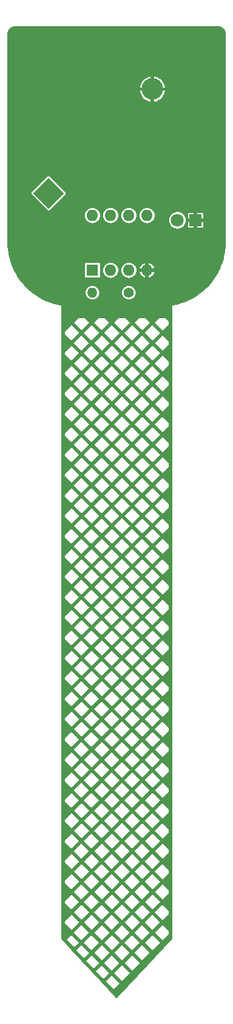
<source format=gbr>
%TF.GenerationSoftware,KiCad,Pcbnew,7.0.8*%
%TF.CreationDate,2024-02-12T20:34:51+01:00*%
%TF.ProjectId,tiny-plant-sensor,74696e79-2d70-46c6-916e-742d73656e73,rev?*%
%TF.SameCoordinates,Original*%
%TF.FileFunction,Copper,L2,Bot*%
%TF.FilePolarity,Positive*%
%FSLAX46Y46*%
G04 Gerber Fmt 4.6, Leading zero omitted, Abs format (unit mm)*
G04 Created by KiCad (PCBNEW 7.0.8) date 2024-02-12 20:34:51*
%MOMM*%
%LPD*%
G01*
G04 APERTURE LIST*
G04 Aperture macros list*
%AMRotRect*
0 Rectangle, with rotation*
0 The origin of the aperture is its center*
0 $1 length*
0 $2 width*
0 $3 Rotation angle, in degrees counterclockwise*
0 Add horizontal line*
21,1,$1,$2,0,0,$3*%
G04 Aperture macros list end*
%TA.AperFunction,ComponentPad*%
%ADD10R,1.800000X1.800000*%
%TD*%
%TA.AperFunction,ComponentPad*%
%ADD11C,1.800000*%
%TD*%
%TA.AperFunction,ComponentPad*%
%ADD12R,1.600000X1.600000*%
%TD*%
%TA.AperFunction,ComponentPad*%
%ADD13O,1.600000X1.600000*%
%TD*%
%TA.AperFunction,ComponentPad*%
%ADD14C,1.400000*%
%TD*%
%TA.AperFunction,ComponentPad*%
%ADD15O,1.400000X1.400000*%
%TD*%
%TA.AperFunction,ComponentPad*%
%ADD16RotRect,3.000000X3.000000X45.000000*%
%TD*%
%TA.AperFunction,ComponentPad*%
%ADD17C,3.000000*%
%TD*%
%TA.AperFunction,ViaPad*%
%ADD18C,0.500000*%
%TD*%
G04 APERTURE END LIST*
D10*
%TO.P,D101,1,K*%
%TO.N,GND*%
X111275000Y-61000000D03*
D11*
%TO.P,D101,2,A*%
%TO.N,Net-(D101-A)*%
X108735000Y-61000000D03*
%TD*%
D12*
%TO.P,U101,1,~{RESET}/PB5*%
%TO.N,/SENSE*%
X96877338Y-67940937D03*
D13*
%TO.P,U101,2,XTAL1/PB3*%
%TO.N,unconnected-(U101-XTAL1{slash}PB3-Pad2)*%
X99417338Y-67940937D03*
%TO.P,U101,3,XTAL2/PB4*%
%TO.N,Net-(U101-XTAL2{slash}PB4)*%
X101957338Y-67940937D03*
%TO.P,U101,4,GND*%
%TO.N,GND*%
X104497338Y-67940937D03*
%TO.P,U101,5,AREF/PB0*%
%TO.N,Net-(D101-A)*%
X104497338Y-60320937D03*
%TO.P,U101,6,PB1*%
%TO.N,unconnected-(U101-PB1-Pad6)*%
X101957338Y-60320937D03*
%TO.P,U101,7,PB2*%
%TO.N,unconnected-(U101-PB2-Pad7)*%
X99417338Y-60320937D03*
%TO.P,U101,8,VCC*%
%TO.N,+3V0*%
X96877338Y-60320937D03*
%TD*%
D14*
%TO.P,R101,1*%
%TO.N,Net-(U101-XTAL2{slash}PB4)*%
X101948413Y-71073331D03*
D15*
%TO.P,R101,2*%
%TO.N,/SENSE*%
X96868413Y-71073331D03*
%TD*%
D16*
%TO.P,BT101,1,+*%
%TO.N,+3V0*%
X90764609Y-57235390D03*
D17*
%TO.P,BT101,2,-*%
%TO.N,GND*%
X105253227Y-42746772D03*
%TD*%
D18*
%TO.N,GND*%
X102000000Y-42000000D03*
X108000000Y-42000000D03*
X111000000Y-42000000D03*
X114000000Y-42000000D03*
X105000000Y-66000000D03*
X90000000Y-63000000D03*
X93000000Y-66000000D03*
X105000000Y-71000000D03*
X108000000Y-66000000D03*
X114000000Y-63000000D03*
X114000000Y-60000000D03*
X111000000Y-69000000D03*
X111000000Y-66000000D03*
X108000000Y-71000000D03*
X108000000Y-69000000D03*
X93000000Y-71000000D03*
X93000000Y-69000000D03*
X90000000Y-69000000D03*
X90000000Y-66000000D03*
X87000000Y-63000000D03*
X87000000Y-66000000D03*
X87000000Y-60000000D03*
X87000000Y-54000000D03*
X87000000Y-57000000D03*
X105000000Y-57000000D03*
X102000000Y-57000000D03*
X108000000Y-57000000D03*
X114000000Y-57000000D03*
X111000000Y-57000000D03*
X105000000Y-54000000D03*
X102000000Y-54000000D03*
X108000000Y-54000000D03*
X114000000Y-54000000D03*
X111000000Y-54000000D03*
X105000000Y-39000000D03*
X102000000Y-39000000D03*
X108000000Y-39000000D03*
X114000000Y-39000000D03*
X111000000Y-39000000D03*
X102000000Y-45000000D03*
X108000000Y-45000000D03*
X114000000Y-45000000D03*
X111000000Y-45000000D03*
X105000000Y-48000000D03*
X102000000Y-48000000D03*
X108000000Y-48000000D03*
X114000000Y-48000000D03*
X111000000Y-48000000D03*
X105000000Y-51000000D03*
X102000000Y-51000000D03*
X108000000Y-51000000D03*
X114000000Y-51000000D03*
X111000000Y-51000000D03*
X99000000Y-51000000D03*
X96000000Y-51000000D03*
X93000000Y-51000000D03*
X90000000Y-51000000D03*
X87000000Y-51000000D03*
X87000000Y-36000000D03*
X99000000Y-36000000D03*
X102000000Y-36000000D03*
X105000000Y-36000000D03*
X108000000Y-36000000D03*
X111000000Y-36000000D03*
X114000000Y-36000000D03*
%TD*%
%TA.AperFunction,Conductor*%
%TO.N,GND*%
G36*
X107979585Y-75011053D02*
G01*
X107999487Y-160950748D01*
X107979818Y-161017792D01*
X107965950Y-161035586D01*
X104537604Y-164692490D01*
X100499643Y-168999649D01*
X100337678Y-169161612D01*
X100276357Y-169195096D01*
X100206665Y-169190112D01*
X100162319Y-169161612D01*
X100000342Y-168999634D01*
X98283915Y-167168778D01*
X98067949Y-166938414D01*
X98750573Y-166938414D01*
X99778387Y-168034750D01*
X100644359Y-167168778D01*
X99582284Y-166106703D01*
X98750573Y-166938414D01*
X98067949Y-166938414D01*
X96699355Y-165478581D01*
X97381979Y-165478581D01*
X98409793Y-166574916D01*
X99230144Y-165754565D01*
X99934424Y-165754565D01*
X100996498Y-166816639D01*
X102058573Y-165754565D01*
X100996498Y-164692490D01*
X99934424Y-165754565D01*
X99230144Y-165754565D01*
X99230145Y-165754564D01*
X98168071Y-164692490D01*
X97381979Y-165478581D01*
X96699355Y-165478581D01*
X95330762Y-164018748D01*
X96013385Y-164018748D01*
X97041200Y-165115083D01*
X97815932Y-164340351D01*
X98520210Y-164340351D01*
X99582285Y-165402426D01*
X100644359Y-164340351D01*
X101348637Y-164340351D01*
X102410712Y-165402426D01*
X103472786Y-164340351D01*
X102410712Y-163278277D01*
X101348637Y-164340351D01*
X100644359Y-164340351D01*
X99582285Y-163278277D01*
X98520210Y-164340351D01*
X97815932Y-164340351D01*
X96753857Y-163278276D01*
X96013385Y-164018748D01*
X95330762Y-164018748D01*
X93962168Y-162558914D01*
X94644791Y-162558914D01*
X95672606Y-163655249D01*
X96401717Y-162926138D01*
X97105996Y-162926138D01*
X98168071Y-163988212D01*
X99230146Y-162926138D01*
X99934424Y-162926138D01*
X100996498Y-163988212D01*
X102058573Y-162926138D01*
X102762851Y-162926138D01*
X103824926Y-163988213D01*
X104887001Y-162926138D01*
X103824926Y-161864063D01*
X102762851Y-162926138D01*
X102058573Y-162926138D01*
X100996498Y-161864063D01*
X99934424Y-162926138D01*
X99230146Y-162926138D01*
X98168071Y-161864063D01*
X97105996Y-162926138D01*
X96401717Y-162926138D01*
X96401718Y-162926137D01*
X95339643Y-161864062D01*
X94644791Y-162558914D01*
X93962168Y-162558914D01*
X92593574Y-161099080D01*
X93276198Y-161099080D01*
X94304012Y-162195416D01*
X94987504Y-161511924D01*
X95691783Y-161511924D01*
X96753858Y-162573999D01*
X97815932Y-161511924D01*
X98520210Y-161511924D01*
X99582285Y-162573999D01*
X100644359Y-161511924D01*
X101348637Y-161511924D01*
X102410712Y-162573999D01*
X103472786Y-161511924D01*
X104177064Y-161511924D01*
X105239139Y-162573999D01*
X106301213Y-161511924D01*
X105239139Y-160449849D01*
X104177064Y-161511924D01*
X103472786Y-161511924D01*
X102410712Y-160449849D01*
X101348637Y-161511924D01*
X100644359Y-161511924D01*
X99582285Y-160449849D01*
X98520210Y-161511924D01*
X97815932Y-161511924D01*
X96753858Y-160449849D01*
X95691783Y-161511924D01*
X94987504Y-161511924D01*
X94987505Y-161511923D01*
X93925430Y-160449849D01*
X93276198Y-161099080D01*
X92593574Y-161099080D01*
X92534048Y-161035586D01*
X92502558Y-160973215D01*
X92500511Y-160950748D01*
X92500709Y-160097711D01*
X94277569Y-160097711D01*
X95339644Y-161159786D01*
X96401719Y-160097711D01*
X97105996Y-160097711D01*
X98168071Y-161159785D01*
X99230146Y-160097711D01*
X99934424Y-160097711D01*
X100996498Y-161159785D01*
X102058573Y-160097711D01*
X102762851Y-160097711D01*
X103824926Y-161159786D01*
X104887001Y-160097711D01*
X105591278Y-160097711D01*
X106653352Y-161159785D01*
X107501338Y-160311799D01*
X107501238Y-159883521D01*
X106653353Y-159035636D01*
X105591278Y-160097711D01*
X104887001Y-160097711D01*
X103824926Y-159035636D01*
X102762851Y-160097711D01*
X102058573Y-160097711D01*
X100996498Y-159035636D01*
X99934424Y-160097711D01*
X99230146Y-160097711D01*
X98168071Y-159035636D01*
X97105996Y-160097711D01*
X96401719Y-160097711D01*
X95339644Y-159035636D01*
X94277569Y-160097711D01*
X92500709Y-160097711D01*
X92500759Y-159883521D01*
X92501006Y-158819143D01*
X92999002Y-158819143D01*
X93925431Y-159745572D01*
X94987506Y-158683497D01*
X95691783Y-158683497D01*
X96753858Y-159745572D01*
X97815933Y-158683497D01*
X98520210Y-158683497D01*
X99582285Y-159745572D01*
X100644360Y-158683497D01*
X101348637Y-158683497D01*
X102410712Y-159745572D01*
X103472787Y-158683497D01*
X104177064Y-158683497D01*
X105239139Y-159745572D01*
X106301214Y-158683497D01*
X105239139Y-157621422D01*
X104177064Y-158683497D01*
X103472787Y-158683497D01*
X102410712Y-157621422D01*
X101348637Y-158683497D01*
X100644360Y-158683497D01*
X99582285Y-157621422D01*
X98520210Y-158683497D01*
X97815933Y-158683497D01*
X96753858Y-157621422D01*
X95691783Y-158683497D01*
X94987506Y-158683497D01*
X93925430Y-157621421D01*
X92999066Y-158547785D01*
X92999002Y-158819143D01*
X92501006Y-158819143D01*
X92501365Y-157269284D01*
X94277569Y-157269284D01*
X95339644Y-158331359D01*
X96401719Y-157269284D01*
X97105996Y-157269284D01*
X98168071Y-158331358D01*
X99230146Y-157269284D01*
X99934424Y-157269284D01*
X100996498Y-158331358D01*
X102058573Y-157269284D01*
X102762851Y-157269284D01*
X103824926Y-158331359D01*
X104887001Y-157269284D01*
X105591278Y-157269284D01*
X106653352Y-158331358D01*
X107500683Y-157484027D01*
X107500583Y-157054439D01*
X106653353Y-156207209D01*
X105591278Y-157269284D01*
X104887001Y-157269284D01*
X103824926Y-156207209D01*
X102762851Y-157269284D01*
X102058573Y-157269284D01*
X100996498Y-156207209D01*
X99934424Y-157269284D01*
X99230146Y-157269284D01*
X98168071Y-156207209D01*
X97105996Y-157269284D01*
X96401719Y-157269284D01*
X95339644Y-156207209D01*
X94277569Y-157269284D01*
X92501365Y-157269284D01*
X92501661Y-155991371D01*
X92999657Y-155991371D01*
X93925431Y-156917145D01*
X94987506Y-155855070D01*
X95691783Y-155855070D01*
X96753858Y-156917145D01*
X97815933Y-155855070D01*
X98520210Y-155855070D01*
X99582285Y-156917145D01*
X100644360Y-155855070D01*
X101348637Y-155855070D01*
X102410712Y-156917145D01*
X103472787Y-155855070D01*
X104177064Y-155855070D01*
X105239139Y-156917145D01*
X106301214Y-155855070D01*
X105239139Y-154792995D01*
X104177064Y-155855070D01*
X103472787Y-155855070D01*
X102410712Y-154792995D01*
X101348637Y-155855070D01*
X100644360Y-155855070D01*
X99582285Y-154792995D01*
X98520210Y-155855070D01*
X97815933Y-155855070D01*
X96753858Y-154792995D01*
X95691783Y-155855070D01*
X94987506Y-155855070D01*
X93925430Y-154792994D01*
X92999721Y-155718703D01*
X92999657Y-155991371D01*
X92501661Y-155991371D01*
X92502020Y-154440856D01*
X94277569Y-154440856D01*
X95339644Y-155502931D01*
X96401718Y-154440856D01*
X97105996Y-154440856D01*
X98168071Y-155502931D01*
X99230145Y-154440856D01*
X99934424Y-154440856D01*
X100996498Y-155502931D01*
X102058573Y-154440856D01*
X102762851Y-154440856D01*
X103824926Y-155502931D01*
X104887000Y-154440856D01*
X105591278Y-154440856D01*
X106653352Y-155502931D01*
X107500029Y-154656254D01*
X107499928Y-154225357D01*
X106653353Y-153378782D01*
X105591278Y-154440856D01*
X104887000Y-154440856D01*
X103824926Y-153378782D01*
X102762851Y-154440856D01*
X102058573Y-154440856D01*
X100996498Y-153378782D01*
X99934424Y-154440856D01*
X99230145Y-154440856D01*
X98168071Y-153378782D01*
X97105996Y-154440856D01*
X96401718Y-154440856D01*
X95339644Y-153378782D01*
X94277569Y-154440856D01*
X92502020Y-154440856D01*
X92502316Y-153163600D01*
X93000313Y-153163600D01*
X93925431Y-154088718D01*
X94987506Y-153026643D01*
X95691783Y-153026643D01*
X96753858Y-154088718D01*
X97815933Y-153026643D01*
X98520210Y-153026643D01*
X99582285Y-154088718D01*
X100644360Y-153026643D01*
X101348637Y-153026643D01*
X102410712Y-154088718D01*
X103472787Y-153026643D01*
X104177064Y-153026643D01*
X105239139Y-154088718D01*
X106301214Y-153026643D01*
X105239139Y-151964568D01*
X104177064Y-153026643D01*
X103472787Y-153026643D01*
X102410712Y-151964568D01*
X101348637Y-153026643D01*
X100644360Y-153026643D01*
X99582285Y-151964568D01*
X98520210Y-153026643D01*
X97815933Y-153026643D01*
X96753858Y-151964568D01*
X95691783Y-153026643D01*
X94987506Y-153026643D01*
X93925430Y-151964567D01*
X93000377Y-152889621D01*
X93000313Y-153163600D01*
X92502316Y-153163600D01*
X92502675Y-151612429D01*
X94277569Y-151612429D01*
X95339644Y-152674504D01*
X96401718Y-151612429D01*
X97105996Y-151612429D01*
X98168071Y-152674503D01*
X99230145Y-151612429D01*
X99934424Y-151612429D01*
X100996498Y-152674503D01*
X102058573Y-151612429D01*
X102762851Y-151612429D01*
X103824926Y-152674504D01*
X104887000Y-151612429D01*
X105591278Y-151612429D01*
X106653352Y-152674503D01*
X107499374Y-151828481D01*
X107499273Y-151396274D01*
X106653353Y-150550354D01*
X105591278Y-151612429D01*
X104887000Y-151612429D01*
X103824926Y-150550354D01*
X102762851Y-151612429D01*
X102058573Y-151612429D01*
X100996498Y-150550354D01*
X99934424Y-151612429D01*
X99230145Y-151612429D01*
X98168071Y-150550354D01*
X97105996Y-151612429D01*
X96401718Y-151612429D01*
X95339644Y-150550354D01*
X94277569Y-151612429D01*
X92502675Y-151612429D01*
X92502971Y-150335827D01*
X93000967Y-150335827D01*
X93925431Y-151260291D01*
X94987506Y-150198216D01*
X95691783Y-150198216D01*
X96753858Y-151260291D01*
X97815933Y-150198216D01*
X98520210Y-150198216D01*
X99582285Y-151260291D01*
X100644360Y-150198216D01*
X101348637Y-150198216D01*
X102410712Y-151260291D01*
X103472787Y-150198216D01*
X104177064Y-150198216D01*
X105239139Y-151260291D01*
X106301214Y-150198216D01*
X105239139Y-149136141D01*
X104177064Y-150198216D01*
X103472787Y-150198216D01*
X102410712Y-149136141D01*
X101348637Y-150198216D01*
X100644360Y-150198216D01*
X99582285Y-149136141D01*
X98520210Y-150198216D01*
X97815933Y-150198216D01*
X96753858Y-149136141D01*
X95691783Y-150198216D01*
X94987506Y-150198216D01*
X93925430Y-149136140D01*
X93001032Y-150060538D01*
X93000967Y-150335827D01*
X92502971Y-150335827D01*
X92503330Y-148784002D01*
X94277569Y-148784002D01*
X95339644Y-149846077D01*
X96401719Y-148784002D01*
X97105996Y-148784002D01*
X98168071Y-149846076D01*
X99230146Y-148784002D01*
X99934424Y-148784002D01*
X100996498Y-149846076D01*
X102058573Y-148784002D01*
X102762851Y-148784002D01*
X103824926Y-149846077D01*
X104887001Y-148784002D01*
X105591278Y-148784002D01*
X106653352Y-149846076D01*
X107498719Y-149000709D01*
X107498618Y-148567192D01*
X106653353Y-147721927D01*
X105591278Y-148784002D01*
X104887001Y-148784002D01*
X103824926Y-147721927D01*
X102762851Y-148784002D01*
X102058573Y-148784002D01*
X100996498Y-147721927D01*
X99934424Y-148784002D01*
X99230146Y-148784002D01*
X98168071Y-147721927D01*
X97105996Y-148784002D01*
X96401719Y-148784002D01*
X95339644Y-147721927D01*
X94277569Y-148784002D01*
X92503330Y-148784002D01*
X92503626Y-147508055D01*
X93001622Y-147508055D01*
X93925431Y-148431864D01*
X94987506Y-147369789D01*
X95691783Y-147369789D01*
X96753858Y-148431864D01*
X97815933Y-147369789D01*
X98520210Y-147369789D01*
X99582285Y-148431864D01*
X100644360Y-147369789D01*
X101348637Y-147369789D01*
X102410712Y-148431864D01*
X103472787Y-147369789D01*
X104177064Y-147369789D01*
X105239139Y-148431864D01*
X106301214Y-147369789D01*
X105239139Y-146307714D01*
X104177064Y-147369789D01*
X103472787Y-147369789D01*
X102410712Y-146307714D01*
X101348637Y-147369789D01*
X100644360Y-147369789D01*
X99582285Y-146307714D01*
X98520210Y-147369789D01*
X97815933Y-147369789D01*
X96753858Y-146307714D01*
X95691783Y-147369789D01*
X94987506Y-147369789D01*
X93925430Y-146307713D01*
X93001687Y-147231456D01*
X93001622Y-147508055D01*
X92503626Y-147508055D01*
X92503986Y-145955575D01*
X94277569Y-145955575D01*
X95339644Y-147017650D01*
X96401719Y-145955575D01*
X97105996Y-145955575D01*
X98168071Y-147017649D01*
X99230146Y-145955575D01*
X99934424Y-145955575D01*
X100996498Y-147017649D01*
X102058573Y-145955575D01*
X102762851Y-145955575D01*
X103824926Y-147017650D01*
X104887001Y-145955575D01*
X105591278Y-145955575D01*
X106653352Y-147017649D01*
X107498064Y-146172937D01*
X107497963Y-145738110D01*
X106653353Y-144893500D01*
X105591278Y-145955575D01*
X104887001Y-145955575D01*
X103824926Y-144893500D01*
X102762851Y-145955575D01*
X102058573Y-145955575D01*
X100996498Y-144893500D01*
X99934424Y-145955575D01*
X99230146Y-145955575D01*
X98168071Y-144893500D01*
X97105996Y-145955575D01*
X96401719Y-145955575D01*
X95339644Y-144893500D01*
X94277569Y-145955575D01*
X92503986Y-145955575D01*
X92504281Y-144680283D01*
X93002277Y-144680283D01*
X93925431Y-145603437D01*
X94987506Y-144541362D01*
X95691783Y-144541362D01*
X96753858Y-145603437D01*
X97815933Y-144541362D01*
X98520210Y-144541362D01*
X99582285Y-145603437D01*
X100644360Y-144541362D01*
X101348637Y-144541362D01*
X102410712Y-145603437D01*
X103472787Y-144541362D01*
X104177064Y-144541362D01*
X105239139Y-145603437D01*
X106301214Y-144541362D01*
X105239139Y-143479287D01*
X104177064Y-144541362D01*
X103472787Y-144541362D01*
X102410712Y-143479287D01*
X101348637Y-144541362D01*
X100644360Y-144541362D01*
X99582285Y-143479287D01*
X98520210Y-144541362D01*
X97815933Y-144541362D01*
X96753858Y-143479287D01*
X95691783Y-144541362D01*
X94987506Y-144541362D01*
X93925430Y-143479286D01*
X93002342Y-144402374D01*
X93002277Y-144680283D01*
X92504281Y-144680283D01*
X92504641Y-143127148D01*
X94277569Y-143127148D01*
X95339644Y-144189223D01*
X96401719Y-143127148D01*
X97105996Y-143127148D01*
X98168071Y-144189222D01*
X99230146Y-143127148D01*
X99934424Y-143127148D01*
X100996498Y-144189222D01*
X102058573Y-143127148D01*
X102762851Y-143127148D01*
X103824926Y-144189223D01*
X104887001Y-143127148D01*
X105591278Y-143127148D01*
X106653352Y-144189222D01*
X107497409Y-143345165D01*
X107497307Y-142909027D01*
X106653353Y-142065073D01*
X105591278Y-143127148D01*
X104887001Y-143127148D01*
X103824926Y-142065073D01*
X102762851Y-143127148D01*
X102058573Y-143127148D01*
X100996498Y-142065073D01*
X99934424Y-143127148D01*
X99230146Y-143127148D01*
X98168071Y-142065073D01*
X97105996Y-143127148D01*
X96401719Y-143127148D01*
X95339644Y-142065073D01*
X94277569Y-143127148D01*
X92504641Y-143127148D01*
X92504936Y-141852511D01*
X93002932Y-141852511D01*
X93925430Y-142775009D01*
X94987505Y-141712934D01*
X95691783Y-141712934D01*
X96753858Y-142775009D01*
X97815932Y-141712934D01*
X98520210Y-141712934D01*
X99582285Y-142775009D01*
X100644359Y-141712934D01*
X101348637Y-141712934D01*
X102410712Y-142775009D01*
X103472786Y-141712934D01*
X104177064Y-141712934D01*
X105239139Y-142775009D01*
X106301213Y-141712934D01*
X105239139Y-140650860D01*
X104177064Y-141712934D01*
X103472786Y-141712934D01*
X102410712Y-140650860D01*
X101348637Y-141712934D01*
X100644359Y-141712934D01*
X99582285Y-140650860D01*
X98520210Y-141712934D01*
X97815932Y-141712934D01*
X96753858Y-140650860D01*
X95691783Y-141712934D01*
X94987505Y-141712934D01*
X93925430Y-140650859D01*
X93002998Y-141573291D01*
X93002932Y-141852511D01*
X92504936Y-141852511D01*
X92505296Y-140298721D01*
X94277569Y-140298721D01*
X95339644Y-141360796D01*
X96401719Y-140298721D01*
X97105996Y-140298721D01*
X98168071Y-141360795D01*
X99230146Y-140298721D01*
X99934424Y-140298721D01*
X100996498Y-141360795D01*
X102058573Y-140298721D01*
X102762851Y-140298721D01*
X103824926Y-141360796D01*
X104887001Y-140298721D01*
X105591278Y-140298721D01*
X106653352Y-141360795D01*
X107496754Y-140517393D01*
X107496652Y-140079945D01*
X106653353Y-139236646D01*
X105591278Y-140298721D01*
X104887001Y-140298721D01*
X103824926Y-139236646D01*
X102762851Y-140298721D01*
X102058573Y-140298721D01*
X100996498Y-139236646D01*
X99934424Y-140298721D01*
X99230146Y-140298721D01*
X98168071Y-139236646D01*
X97105996Y-140298721D01*
X96401719Y-140298721D01*
X95339644Y-139236646D01*
X94277569Y-140298721D01*
X92505296Y-140298721D01*
X92505591Y-139024738D01*
X93003587Y-139024738D01*
X93925431Y-139946582D01*
X94987505Y-138884507D01*
X95691783Y-138884507D01*
X96753858Y-139946582D01*
X97815932Y-138884507D01*
X98520210Y-138884507D01*
X99582285Y-139946582D01*
X100644359Y-138884507D01*
X101348637Y-138884507D01*
X102410712Y-139946582D01*
X103472786Y-138884507D01*
X104177064Y-138884507D01*
X105239139Y-139946582D01*
X106301213Y-138884507D01*
X105239139Y-137822432D01*
X104177064Y-138884507D01*
X103472786Y-138884507D01*
X102410712Y-137822432D01*
X101348637Y-138884507D01*
X100644359Y-138884507D01*
X99582285Y-137822432D01*
X98520210Y-138884507D01*
X97815932Y-138884507D01*
X96753858Y-137822432D01*
X95691783Y-138884507D01*
X94987505Y-138884507D01*
X93925430Y-137822432D01*
X93003653Y-138744208D01*
X93003587Y-139024738D01*
X92505591Y-139024738D01*
X92505951Y-137470294D01*
X94277569Y-137470294D01*
X95339644Y-138532369D01*
X96401719Y-137470294D01*
X97105996Y-137470294D01*
X98168071Y-138532368D01*
X99230146Y-137470294D01*
X99934424Y-137470294D01*
X100996498Y-138532368D01*
X102058573Y-137470294D01*
X102762851Y-137470294D01*
X103824926Y-138532369D01*
X104887001Y-137470294D01*
X105591278Y-137470294D01*
X106653352Y-138532368D01*
X107496100Y-137689620D01*
X107495997Y-137250863D01*
X106653353Y-136408219D01*
X105591278Y-137470294D01*
X104887001Y-137470294D01*
X103824926Y-136408219D01*
X102762851Y-137470294D01*
X102058573Y-137470294D01*
X100996498Y-136408219D01*
X99934424Y-137470294D01*
X99230146Y-137470294D01*
X98168071Y-136408219D01*
X97105996Y-137470294D01*
X96401719Y-137470294D01*
X95339644Y-136408219D01*
X94277569Y-137470294D01*
X92505951Y-137470294D01*
X92506246Y-136196966D01*
X93004242Y-136196966D01*
X93925431Y-137118155D01*
X94987506Y-136056080D01*
X95691783Y-136056080D01*
X96753858Y-137118155D01*
X97815933Y-136056080D01*
X98520210Y-136056080D01*
X99582285Y-137118155D01*
X100644360Y-136056080D01*
X101348637Y-136056080D01*
X102410712Y-137118155D01*
X103472787Y-136056080D01*
X104177064Y-136056080D01*
X105239139Y-137118155D01*
X106301214Y-136056080D01*
X105239139Y-134994005D01*
X104177064Y-136056080D01*
X103472787Y-136056080D01*
X102410712Y-134994005D01*
X101348637Y-136056080D01*
X100644360Y-136056080D01*
X99582285Y-134994005D01*
X98520210Y-136056080D01*
X97815933Y-136056080D01*
X96753858Y-134994005D01*
X95691783Y-136056080D01*
X94987506Y-136056080D01*
X93925430Y-134994004D01*
X93004308Y-135915126D01*
X93004242Y-136196966D01*
X92506246Y-136196966D01*
X92506606Y-134641867D01*
X94277569Y-134641867D01*
X95339644Y-135703942D01*
X96401719Y-134641867D01*
X97105996Y-134641867D01*
X98168071Y-135703941D01*
X99230146Y-134641867D01*
X99934424Y-134641867D01*
X100996498Y-135703941D01*
X102058573Y-134641867D01*
X102762851Y-134641867D01*
X103824926Y-135703942D01*
X104887001Y-134641867D01*
X105591278Y-134641867D01*
X106653352Y-135703941D01*
X107495445Y-134861848D01*
X107495342Y-134421781D01*
X106653353Y-133579792D01*
X105591278Y-134641867D01*
X104887001Y-134641867D01*
X103824926Y-133579792D01*
X102762851Y-134641867D01*
X102058573Y-134641867D01*
X100996498Y-133579792D01*
X99934424Y-134641867D01*
X99230146Y-134641867D01*
X98168071Y-133579792D01*
X97105996Y-134641867D01*
X96401719Y-134641867D01*
X95339644Y-133579792D01*
X94277569Y-134641867D01*
X92506606Y-134641867D01*
X92506901Y-133369194D01*
X93004897Y-133369194D01*
X93925431Y-134289728D01*
X94987506Y-133227653D01*
X95691783Y-133227653D01*
X96753858Y-134289728D01*
X97815933Y-133227653D01*
X98520210Y-133227653D01*
X99582285Y-134289728D01*
X100644360Y-133227653D01*
X101348637Y-133227653D01*
X102410712Y-134289728D01*
X103472787Y-133227653D01*
X104177064Y-133227653D01*
X105239139Y-134289728D01*
X106301214Y-133227653D01*
X105239139Y-132165578D01*
X104177064Y-133227653D01*
X103472787Y-133227653D01*
X102410712Y-132165578D01*
X101348637Y-133227653D01*
X100644360Y-133227653D01*
X99582285Y-132165578D01*
X98520210Y-133227653D01*
X97815933Y-133227653D01*
X96753858Y-132165578D01*
X95691783Y-133227653D01*
X94987506Y-133227653D01*
X93925430Y-132165577D01*
X93004963Y-133086044D01*
X93004897Y-133369194D01*
X92506901Y-133369194D01*
X92507261Y-131813439D01*
X94277569Y-131813439D01*
X95339644Y-132875514D01*
X96401718Y-131813439D01*
X97105996Y-131813439D01*
X98168071Y-132875514D01*
X99230145Y-131813439D01*
X99934424Y-131813439D01*
X100996498Y-132875514D01*
X102058573Y-131813439D01*
X102762851Y-131813439D01*
X103824926Y-132875514D01*
X104887000Y-131813439D01*
X105591278Y-131813439D01*
X106653352Y-132875514D01*
X107494790Y-132034076D01*
X107494687Y-131592699D01*
X106653353Y-130751365D01*
X105591278Y-131813439D01*
X104887000Y-131813439D01*
X103824926Y-130751365D01*
X102762851Y-131813439D01*
X102058573Y-131813439D01*
X100996498Y-130751365D01*
X99934424Y-131813439D01*
X99230145Y-131813439D01*
X98168071Y-130751365D01*
X97105996Y-131813439D01*
X96401718Y-131813439D01*
X95339644Y-130751365D01*
X94277569Y-131813439D01*
X92507261Y-131813439D01*
X92507556Y-130541422D01*
X93005552Y-130541422D01*
X93925431Y-131461301D01*
X94987506Y-130399226D01*
X95691783Y-130399226D01*
X96753858Y-131461301D01*
X97815933Y-130399226D01*
X98520210Y-130399226D01*
X99582285Y-131461301D01*
X100644360Y-130399226D01*
X101348637Y-130399226D01*
X102410712Y-131461301D01*
X103472787Y-130399226D01*
X104177064Y-130399226D01*
X105239139Y-131461301D01*
X106301214Y-130399226D01*
X105239139Y-129337151D01*
X104177064Y-130399226D01*
X103472787Y-130399226D01*
X102410712Y-129337151D01*
X101348637Y-130399226D01*
X100644360Y-130399226D01*
X99582285Y-129337151D01*
X98520210Y-130399226D01*
X97815933Y-130399226D01*
X96753858Y-129337151D01*
X95691783Y-130399226D01*
X94987506Y-130399226D01*
X93925430Y-129337150D01*
X93005618Y-130256962D01*
X93005552Y-130541422D01*
X92507556Y-130541422D01*
X92507917Y-128985012D01*
X94277569Y-128985012D01*
X95339644Y-130047087D01*
X96401718Y-128985012D01*
X97105996Y-128985012D01*
X98168071Y-130047086D01*
X99230145Y-128985012D01*
X99934424Y-128985012D01*
X100996498Y-130047086D01*
X102058573Y-128985012D01*
X102762851Y-128985012D01*
X103824926Y-130047087D01*
X104887000Y-128985012D01*
X105591278Y-128985012D01*
X106653352Y-130047086D01*
X107494135Y-129206303D01*
X107494032Y-128763616D01*
X106653353Y-127922937D01*
X105591278Y-128985012D01*
X104887000Y-128985012D01*
X103824926Y-127922937D01*
X102762851Y-128985012D01*
X102058573Y-128985012D01*
X100996498Y-127922937D01*
X99934424Y-128985012D01*
X99230145Y-128985012D01*
X98168071Y-127922937D01*
X97105996Y-128985012D01*
X96401718Y-128985012D01*
X95339644Y-127922937D01*
X94277569Y-128985012D01*
X92507917Y-128985012D01*
X92508211Y-127713650D01*
X93006207Y-127713650D01*
X93925431Y-128632874D01*
X94987506Y-127570799D01*
X95691783Y-127570799D01*
X96753858Y-128632874D01*
X97815933Y-127570799D01*
X98520210Y-127570799D01*
X99582285Y-128632874D01*
X100644360Y-127570799D01*
X101348637Y-127570799D01*
X102410712Y-128632874D01*
X103472787Y-127570799D01*
X104177064Y-127570799D01*
X105239139Y-128632874D01*
X106301214Y-127570799D01*
X105239139Y-126508724D01*
X104177064Y-127570799D01*
X103472787Y-127570799D01*
X102410712Y-126508724D01*
X101348637Y-127570799D01*
X100644360Y-127570799D01*
X99582285Y-126508724D01*
X98520210Y-127570799D01*
X97815933Y-127570799D01*
X96753858Y-126508724D01*
X95691783Y-127570799D01*
X94987506Y-127570799D01*
X93925430Y-126508723D01*
X93006274Y-127427879D01*
X93006207Y-127713650D01*
X92508211Y-127713650D01*
X92508572Y-126156585D01*
X94277569Y-126156585D01*
X95339644Y-127218660D01*
X96401719Y-126156585D01*
X97105996Y-126156585D01*
X98168071Y-127218659D01*
X99230146Y-126156585D01*
X99934424Y-126156585D01*
X100996498Y-127218659D01*
X102058573Y-126156585D01*
X102762851Y-126156585D01*
X103824926Y-127218660D01*
X104887001Y-126156585D01*
X105591278Y-126156585D01*
X106653352Y-127218659D01*
X107493480Y-126378531D01*
X107493377Y-125934534D01*
X106653353Y-125094510D01*
X105591278Y-126156585D01*
X104887001Y-126156585D01*
X103824926Y-125094510D01*
X102762851Y-126156585D01*
X102058573Y-126156585D01*
X100996498Y-125094510D01*
X99934424Y-126156585D01*
X99230146Y-126156585D01*
X98168071Y-125094510D01*
X97105996Y-126156585D01*
X96401719Y-126156585D01*
X95339644Y-125094510D01*
X94277569Y-126156585D01*
X92508572Y-126156585D01*
X92508866Y-124885878D01*
X93006862Y-124885878D01*
X93925431Y-125804447D01*
X94987506Y-124742372D01*
X95691783Y-124742372D01*
X96753858Y-125804447D01*
X97815933Y-124742372D01*
X98520210Y-124742372D01*
X99582285Y-125804447D01*
X100644360Y-124742372D01*
X101348637Y-124742372D01*
X102410712Y-125804447D01*
X103472787Y-124742372D01*
X104177064Y-124742372D01*
X105239139Y-125804447D01*
X106301214Y-124742372D01*
X105239139Y-123680297D01*
X104177064Y-124742372D01*
X103472787Y-124742372D01*
X102410712Y-123680297D01*
X101348637Y-124742372D01*
X100644360Y-124742372D01*
X99582285Y-123680297D01*
X98520210Y-124742372D01*
X97815933Y-124742372D01*
X96753858Y-123680297D01*
X95691783Y-124742372D01*
X94987506Y-124742372D01*
X93925430Y-123680296D01*
X93006929Y-124598797D01*
X93006862Y-124885878D01*
X92508866Y-124885878D01*
X92509227Y-123328158D01*
X94277569Y-123328158D01*
X95339644Y-124390233D01*
X96401719Y-123328158D01*
X97105996Y-123328158D01*
X98168071Y-124390232D01*
X99230146Y-123328158D01*
X99934424Y-123328158D01*
X100996498Y-124390232D01*
X102058573Y-123328158D01*
X102762851Y-123328158D01*
X103824926Y-124390233D01*
X104887001Y-123328158D01*
X105591278Y-123328158D01*
X106653352Y-124390232D01*
X107492825Y-123550759D01*
X107492721Y-123105451D01*
X106653353Y-122266083D01*
X105591278Y-123328158D01*
X104887001Y-123328158D01*
X103824926Y-122266083D01*
X102762851Y-123328158D01*
X102058573Y-123328158D01*
X100996498Y-122266083D01*
X99934424Y-123328158D01*
X99230146Y-123328158D01*
X98168071Y-122266083D01*
X97105996Y-123328158D01*
X96401719Y-123328158D01*
X95339644Y-122266083D01*
X94277569Y-123328158D01*
X92509227Y-123328158D01*
X92509521Y-122058106D01*
X93007517Y-122058106D01*
X93925431Y-122976020D01*
X94987506Y-121913945D01*
X95691783Y-121913945D01*
X96753858Y-122976020D01*
X97815933Y-121913945D01*
X98520210Y-121913945D01*
X99582285Y-122976020D01*
X100644360Y-121913945D01*
X101348637Y-121913945D01*
X102410712Y-122976020D01*
X103472787Y-121913945D01*
X104177064Y-121913945D01*
X105239139Y-122976020D01*
X106301214Y-121913945D01*
X105239139Y-120851870D01*
X104177064Y-121913945D01*
X103472787Y-121913945D01*
X102410712Y-120851870D01*
X101348637Y-121913945D01*
X100644360Y-121913945D01*
X99582285Y-120851870D01*
X98520210Y-121913945D01*
X97815933Y-121913945D01*
X96753858Y-120851870D01*
X95691783Y-121913945D01*
X94987506Y-121913945D01*
X93925430Y-120851869D01*
X93007584Y-121769715D01*
X93007517Y-122058106D01*
X92509521Y-122058106D01*
X92509882Y-120499731D01*
X94277569Y-120499731D01*
X95339644Y-121561806D01*
X96401719Y-120499731D01*
X97105996Y-120499731D01*
X98168071Y-121561805D01*
X99230146Y-120499731D01*
X99934424Y-120499731D01*
X100996498Y-121561805D01*
X102058573Y-120499731D01*
X102762851Y-120499731D01*
X103824926Y-121561806D01*
X104887001Y-120499731D01*
X105591278Y-120499731D01*
X106653352Y-121561805D01*
X107492171Y-120722987D01*
X107492066Y-120276369D01*
X106653353Y-119437656D01*
X105591278Y-120499731D01*
X104887001Y-120499731D01*
X103824926Y-119437656D01*
X102762851Y-120499731D01*
X102058573Y-120499731D01*
X100996498Y-119437656D01*
X99934424Y-120499731D01*
X99230146Y-120499731D01*
X98168071Y-119437656D01*
X97105996Y-120499731D01*
X96401719Y-120499731D01*
X95339644Y-119437656D01*
X94277569Y-120499731D01*
X92509882Y-120499731D01*
X92510176Y-119230333D01*
X93008172Y-119230333D01*
X93925431Y-120147592D01*
X94987505Y-119085517D01*
X95691783Y-119085517D01*
X96753858Y-120147592D01*
X97815932Y-119085517D01*
X98520210Y-119085517D01*
X99582285Y-120147592D01*
X100644359Y-119085517D01*
X101348637Y-119085517D01*
X102410712Y-120147592D01*
X103472786Y-119085517D01*
X104177064Y-119085517D01*
X105239139Y-120147592D01*
X106301213Y-119085517D01*
X105239139Y-118023443D01*
X104177064Y-119085517D01*
X103472786Y-119085517D01*
X102410712Y-118023443D01*
X101348637Y-119085517D01*
X100644359Y-119085517D01*
X99582285Y-118023443D01*
X98520210Y-119085517D01*
X97815932Y-119085517D01*
X96753858Y-118023443D01*
X95691783Y-119085517D01*
X94987505Y-119085517D01*
X93925430Y-118023442D01*
X93008239Y-118940633D01*
X93008172Y-119230333D01*
X92510176Y-119230333D01*
X92510537Y-117671304D01*
X94277569Y-117671304D01*
X95339644Y-118733379D01*
X96401719Y-117671304D01*
X97105996Y-117671304D01*
X98168071Y-118733378D01*
X99230146Y-117671304D01*
X99934424Y-117671304D01*
X100996498Y-118733378D01*
X102058573Y-117671304D01*
X102762851Y-117671304D01*
X103824926Y-118733379D01*
X104887001Y-117671304D01*
X105591278Y-117671304D01*
X106653352Y-118733378D01*
X107491516Y-117895214D01*
X107491411Y-117447287D01*
X106653353Y-116609229D01*
X105591278Y-117671304D01*
X104887001Y-117671304D01*
X103824926Y-116609229D01*
X102762851Y-117671304D01*
X102058573Y-117671304D01*
X100996498Y-116609229D01*
X99934424Y-117671304D01*
X99230146Y-117671304D01*
X98168071Y-116609229D01*
X97105996Y-117671304D01*
X96401719Y-117671304D01*
X95339644Y-116609229D01*
X94277569Y-117671304D01*
X92510537Y-117671304D01*
X92510831Y-116402561D01*
X93008827Y-116402561D01*
X93925431Y-117319165D01*
X94987505Y-116257090D01*
X95691783Y-116257090D01*
X96753858Y-117319165D01*
X97815932Y-116257090D01*
X98520210Y-116257090D01*
X99582285Y-117319165D01*
X100644359Y-116257090D01*
X101348637Y-116257090D01*
X102410712Y-117319165D01*
X103472786Y-116257090D01*
X104177064Y-116257090D01*
X105239139Y-117319165D01*
X106301213Y-116257090D01*
X105239139Y-115195015D01*
X104177064Y-116257090D01*
X103472786Y-116257090D01*
X102410712Y-115195015D01*
X101348637Y-116257090D01*
X100644359Y-116257090D01*
X99582285Y-115195015D01*
X98520210Y-116257090D01*
X97815932Y-116257090D01*
X96753858Y-115195015D01*
X95691783Y-116257090D01*
X94987505Y-116257090D01*
X93925430Y-115195015D01*
X93008895Y-116111550D01*
X93008827Y-116402561D01*
X92510831Y-116402561D01*
X92511192Y-114842877D01*
X94277569Y-114842877D01*
X95339644Y-115904952D01*
X96401719Y-114842877D01*
X97105996Y-114842877D01*
X98168071Y-115904951D01*
X99230146Y-114842877D01*
X99934424Y-114842877D01*
X100996498Y-115904951D01*
X102058573Y-114842877D01*
X102762851Y-114842877D01*
X103824926Y-115904952D01*
X104887001Y-114842877D01*
X105591278Y-114842877D01*
X106653352Y-115904951D01*
X107490861Y-115067442D01*
X107490756Y-114618205D01*
X106653353Y-113780802D01*
X105591278Y-114842877D01*
X104887001Y-114842877D01*
X103824926Y-113780802D01*
X102762851Y-114842877D01*
X102058573Y-114842877D01*
X100996498Y-113780802D01*
X99934424Y-114842877D01*
X99230146Y-114842877D01*
X98168071Y-113780802D01*
X97105996Y-114842877D01*
X96401719Y-114842877D01*
X95339644Y-113780802D01*
X94277569Y-114842877D01*
X92511192Y-114842877D01*
X92511486Y-113574788D01*
X93009481Y-113574788D01*
X93925431Y-114490738D01*
X94987506Y-113428663D01*
X95691783Y-113428663D01*
X96753858Y-114490738D01*
X97815933Y-113428663D01*
X98520210Y-113428663D01*
X99582285Y-114490738D01*
X100644360Y-113428663D01*
X101348637Y-113428663D01*
X102410712Y-114490738D01*
X103472787Y-113428663D01*
X104177064Y-113428663D01*
X105239139Y-114490738D01*
X106301214Y-113428663D01*
X105239139Y-112366588D01*
X104177064Y-113428663D01*
X103472787Y-113428663D01*
X102410712Y-112366588D01*
X101348637Y-113428663D01*
X100644360Y-113428663D01*
X99582285Y-112366588D01*
X98520210Y-113428663D01*
X97815933Y-113428663D01*
X96753858Y-112366588D01*
X95691783Y-113428663D01*
X94987506Y-113428663D01*
X93925430Y-112366587D01*
X93009550Y-113282467D01*
X93009481Y-113574788D01*
X92511486Y-113574788D01*
X92511847Y-112014450D01*
X94277569Y-112014450D01*
X95339644Y-113076525D01*
X96401719Y-112014450D01*
X97105996Y-112014450D01*
X98168071Y-113076524D01*
X99230146Y-112014450D01*
X99934424Y-112014450D01*
X100996498Y-113076524D01*
X102058573Y-112014450D01*
X102762851Y-112014450D01*
X103824926Y-113076525D01*
X104887001Y-112014450D01*
X105591278Y-112014450D01*
X106653352Y-113076524D01*
X107490206Y-112239670D01*
X107490101Y-111789123D01*
X106653353Y-110952375D01*
X105591278Y-112014450D01*
X104887001Y-112014450D01*
X103824926Y-110952375D01*
X102762851Y-112014450D01*
X102058573Y-112014450D01*
X100996498Y-110952375D01*
X99934424Y-112014450D01*
X99230146Y-112014450D01*
X98168071Y-110952375D01*
X97105996Y-112014450D01*
X96401719Y-112014450D01*
X95339644Y-110952375D01*
X94277569Y-112014450D01*
X92511847Y-112014450D01*
X92512141Y-110747016D01*
X93010136Y-110747016D01*
X93925431Y-111662311D01*
X94987506Y-110600236D01*
X95691783Y-110600236D01*
X96753858Y-111662311D01*
X97815933Y-110600236D01*
X98520210Y-110600236D01*
X99582285Y-111662311D01*
X100644360Y-110600236D01*
X101348637Y-110600236D01*
X102410712Y-111662311D01*
X103472787Y-110600236D01*
X104177064Y-110600236D01*
X105239139Y-111662311D01*
X106301214Y-110600236D01*
X105239139Y-109538161D01*
X104177064Y-110600236D01*
X103472787Y-110600236D01*
X102410712Y-109538161D01*
X101348637Y-110600236D01*
X100644360Y-110600236D01*
X99582285Y-109538161D01*
X98520210Y-110600236D01*
X97815933Y-110600236D01*
X96753858Y-109538161D01*
X95691783Y-110600236D01*
X94987506Y-110600236D01*
X93925430Y-109538160D01*
X93010205Y-110453385D01*
X93010136Y-110747016D01*
X92512141Y-110747016D01*
X92512503Y-109186022D01*
X94277569Y-109186022D01*
X95339644Y-110248097D01*
X96401718Y-109186022D01*
X97105996Y-109186022D01*
X98168071Y-110248097D01*
X99230145Y-109186022D01*
X99934424Y-109186022D01*
X100996498Y-110248097D01*
X102058573Y-109186022D01*
X102762851Y-109186022D01*
X103824926Y-110248097D01*
X104887000Y-109186022D01*
X105591278Y-109186022D01*
X106653352Y-110248097D01*
X107489551Y-109411898D01*
X107489446Y-108960041D01*
X106653353Y-108123948D01*
X105591278Y-109186022D01*
X104887000Y-109186022D01*
X103824926Y-108123948D01*
X102762851Y-109186022D01*
X102058573Y-109186022D01*
X100996498Y-108123948D01*
X99934424Y-109186022D01*
X99230145Y-109186022D01*
X98168071Y-108123948D01*
X97105996Y-109186022D01*
X96401718Y-109186022D01*
X95339644Y-108123948D01*
X94277569Y-109186022D01*
X92512503Y-109186022D01*
X92512796Y-107919244D01*
X93010791Y-107919244D01*
X93925431Y-108833884D01*
X94987506Y-107771809D01*
X95691783Y-107771809D01*
X96753858Y-108833884D01*
X97815933Y-107771809D01*
X98520210Y-107771809D01*
X99582285Y-108833884D01*
X100644360Y-107771809D01*
X101348637Y-107771809D01*
X102410712Y-108833884D01*
X103472787Y-107771809D01*
X104177064Y-107771809D01*
X105239139Y-108833884D01*
X106301214Y-107771809D01*
X105239139Y-106709734D01*
X104177064Y-107771809D01*
X103472787Y-107771809D01*
X102410712Y-106709734D01*
X101348637Y-107771809D01*
X100644360Y-107771809D01*
X99582285Y-106709734D01*
X98520210Y-107771809D01*
X97815933Y-107771809D01*
X96753858Y-106709734D01*
X95691783Y-107771809D01*
X94987506Y-107771809D01*
X93925430Y-106709733D01*
X93010860Y-107624303D01*
X93010791Y-107919244D01*
X92512796Y-107919244D01*
X92513158Y-106357595D01*
X94277569Y-106357595D01*
X95339644Y-107419670D01*
X96401718Y-106357595D01*
X97105996Y-106357595D01*
X98168071Y-107419669D01*
X99230145Y-106357595D01*
X99934424Y-106357595D01*
X100996498Y-107419669D01*
X102058573Y-106357595D01*
X102762851Y-106357595D01*
X103824926Y-107419670D01*
X104887000Y-106357595D01*
X105591278Y-106357595D01*
X106653352Y-107419669D01*
X107488896Y-106584125D01*
X107488791Y-106130958D01*
X106653353Y-105295520D01*
X105591278Y-106357595D01*
X104887000Y-106357595D01*
X103824926Y-105295520D01*
X102762851Y-106357595D01*
X102058573Y-106357595D01*
X100996498Y-105295520D01*
X99934424Y-106357595D01*
X99230145Y-106357595D01*
X98168071Y-105295520D01*
X97105996Y-106357595D01*
X96401718Y-106357595D01*
X95339644Y-105295520D01*
X94277569Y-106357595D01*
X92513158Y-106357595D01*
X92513451Y-105091472D01*
X93011446Y-105091472D01*
X93925431Y-106005457D01*
X94987506Y-104943382D01*
X95691783Y-104943382D01*
X96753858Y-106005457D01*
X97815933Y-104943382D01*
X98520210Y-104943382D01*
X99582285Y-106005457D01*
X100644360Y-104943382D01*
X101348637Y-104943382D01*
X102410712Y-106005457D01*
X103472787Y-104943382D01*
X104177064Y-104943382D01*
X105239139Y-106005457D01*
X106301214Y-104943382D01*
X105239139Y-103881307D01*
X104177064Y-104943382D01*
X103472787Y-104943382D01*
X102410712Y-103881307D01*
X101348637Y-104943382D01*
X100644360Y-104943382D01*
X99582285Y-103881307D01*
X98520210Y-104943382D01*
X97815933Y-104943382D01*
X96753858Y-103881307D01*
X95691783Y-104943382D01*
X94987506Y-104943382D01*
X93925430Y-103881306D01*
X93011516Y-104795221D01*
X93011446Y-105091472D01*
X92513451Y-105091472D01*
X92513813Y-103529168D01*
X94277569Y-103529168D01*
X95339644Y-104591243D01*
X96401719Y-103529168D01*
X97105996Y-103529168D01*
X98168071Y-104591242D01*
X99230146Y-103529168D01*
X99934424Y-103529168D01*
X100996498Y-104591242D01*
X102058573Y-103529168D01*
X102762851Y-103529168D01*
X103824926Y-104591243D01*
X104887001Y-103529168D01*
X105591278Y-103529168D01*
X106653352Y-104591242D01*
X107488241Y-103756353D01*
X107488135Y-103301875D01*
X106653353Y-102467093D01*
X105591278Y-103529168D01*
X104887001Y-103529168D01*
X103824926Y-102467093D01*
X102762851Y-103529168D01*
X102058573Y-103529168D01*
X100996498Y-102467093D01*
X99934424Y-103529168D01*
X99230146Y-103529168D01*
X98168071Y-102467093D01*
X97105996Y-103529168D01*
X96401719Y-103529168D01*
X95339644Y-102467093D01*
X94277569Y-103529168D01*
X92513813Y-103529168D01*
X92514106Y-102263700D01*
X93012101Y-102263700D01*
X93925431Y-103177030D01*
X94987506Y-102114955D01*
X95691783Y-102114955D01*
X96753858Y-103177030D01*
X97815933Y-102114955D01*
X98520210Y-102114955D01*
X99582285Y-103177030D01*
X100644360Y-102114955D01*
X101348637Y-102114955D01*
X102410712Y-103177030D01*
X103472787Y-102114955D01*
X104177064Y-102114955D01*
X105239139Y-103177030D01*
X106301214Y-102114955D01*
X105239139Y-101052880D01*
X104177064Y-102114955D01*
X103472787Y-102114955D01*
X102410712Y-101052880D01*
X101348637Y-102114955D01*
X100644360Y-102114955D01*
X99582285Y-101052880D01*
X98520210Y-102114955D01*
X97815933Y-102114955D01*
X96753858Y-101052880D01*
X95691783Y-102114955D01*
X94987506Y-102114955D01*
X93925430Y-101052879D01*
X93012171Y-101966138D01*
X93012101Y-102263700D01*
X92514106Y-102263700D01*
X92514468Y-100700741D01*
X94277569Y-100700741D01*
X95339644Y-101762816D01*
X96401719Y-100700741D01*
X97105996Y-100700741D01*
X98168071Y-101762815D01*
X99230146Y-100700741D01*
X99934424Y-100700741D01*
X100996498Y-101762815D01*
X102058573Y-100700741D01*
X102762851Y-100700741D01*
X103824926Y-101762816D01*
X104887001Y-100700741D01*
X105591278Y-100700741D01*
X106653352Y-101762815D01*
X107487587Y-100928580D01*
X107487480Y-100472793D01*
X106653353Y-99638666D01*
X105591278Y-100700741D01*
X104887001Y-100700741D01*
X103824926Y-99638666D01*
X102762851Y-100700741D01*
X102058573Y-100700741D01*
X100996498Y-99638666D01*
X99934424Y-100700741D01*
X99230146Y-100700741D01*
X98168071Y-99638666D01*
X97105996Y-100700741D01*
X96401719Y-100700741D01*
X95339644Y-99638666D01*
X94277569Y-100700741D01*
X92514468Y-100700741D01*
X92514761Y-99435928D01*
X93012756Y-99435928D01*
X93925431Y-100348603D01*
X94987506Y-99286528D01*
X95691783Y-99286528D01*
X96753858Y-100348603D01*
X97815933Y-99286528D01*
X98520210Y-99286528D01*
X99582285Y-100348603D01*
X100644360Y-99286528D01*
X101348637Y-99286528D01*
X102410712Y-100348603D01*
X103472787Y-99286528D01*
X104177064Y-99286528D01*
X105239139Y-100348603D01*
X106301214Y-99286528D01*
X105239139Y-98224453D01*
X104177064Y-99286528D01*
X103472787Y-99286528D01*
X102410712Y-98224453D01*
X101348637Y-99286528D01*
X100644360Y-99286528D01*
X99582285Y-98224453D01*
X98520210Y-99286528D01*
X97815933Y-99286528D01*
X96753858Y-98224453D01*
X95691783Y-99286528D01*
X94987506Y-99286528D01*
X93925430Y-98224452D01*
X93012826Y-99137056D01*
X93012756Y-99435928D01*
X92514761Y-99435928D01*
X92515123Y-97872314D01*
X94277569Y-97872314D01*
X95339644Y-98934389D01*
X96401719Y-97872314D01*
X97105996Y-97872314D01*
X98168071Y-98934388D01*
X99230146Y-97872314D01*
X99934424Y-97872314D01*
X100996498Y-98934388D01*
X102058573Y-97872314D01*
X102762851Y-97872314D01*
X103824926Y-98934389D01*
X104887001Y-97872314D01*
X105591278Y-97872314D01*
X106653352Y-98934388D01*
X107486932Y-98100808D01*
X107486825Y-97643711D01*
X106653353Y-96810239D01*
X105591278Y-97872314D01*
X104887001Y-97872314D01*
X103824926Y-96810239D01*
X102762851Y-97872314D01*
X102058573Y-97872314D01*
X100996498Y-96810239D01*
X99934424Y-97872314D01*
X99230146Y-97872314D01*
X98168071Y-96810239D01*
X97105996Y-97872314D01*
X96401719Y-97872314D01*
X95339644Y-96810239D01*
X94277569Y-97872314D01*
X92515123Y-97872314D01*
X92515416Y-96608156D01*
X93013411Y-96608156D01*
X93925430Y-97520175D01*
X94987505Y-96458100D01*
X95691783Y-96458100D01*
X96753858Y-97520175D01*
X97815932Y-96458100D01*
X98520210Y-96458100D01*
X99582285Y-97520175D01*
X100644359Y-96458100D01*
X101348637Y-96458100D01*
X102410712Y-97520175D01*
X103472786Y-96458100D01*
X104177064Y-96458100D01*
X105239139Y-97520175D01*
X106301213Y-96458100D01*
X105239139Y-95396026D01*
X104177064Y-96458100D01*
X103472786Y-96458100D01*
X102410712Y-95396026D01*
X101348637Y-96458100D01*
X100644359Y-96458100D01*
X99582285Y-95396026D01*
X98520210Y-96458100D01*
X97815932Y-96458100D01*
X96753858Y-95396026D01*
X95691783Y-96458100D01*
X94987505Y-96458100D01*
X93925430Y-95396025D01*
X93013481Y-96307974D01*
X93013411Y-96608156D01*
X92515416Y-96608156D01*
X92515778Y-95043887D01*
X94277569Y-95043887D01*
X95339644Y-96105962D01*
X96401719Y-95043887D01*
X97105996Y-95043887D01*
X98168071Y-96105961D01*
X99230146Y-95043887D01*
X99934424Y-95043887D01*
X100996498Y-96105961D01*
X102058573Y-95043887D01*
X102762851Y-95043887D01*
X103824926Y-96105962D01*
X104887001Y-95043887D01*
X105591278Y-95043887D01*
X106653352Y-96105961D01*
X107486277Y-95273036D01*
X107486170Y-94814629D01*
X106653353Y-93981812D01*
X105591278Y-95043887D01*
X104887001Y-95043887D01*
X103824926Y-93981812D01*
X102762851Y-95043887D01*
X102058573Y-95043887D01*
X100996498Y-93981812D01*
X99934424Y-95043887D01*
X99230146Y-95043887D01*
X98168071Y-93981812D01*
X97105996Y-95043887D01*
X96401719Y-95043887D01*
X95339644Y-93981812D01*
X94277569Y-95043887D01*
X92515778Y-95043887D01*
X92516071Y-93780383D01*
X93014066Y-93780383D01*
X93925431Y-94691748D01*
X94987505Y-93629673D01*
X95691783Y-93629673D01*
X96753858Y-94691748D01*
X97815932Y-93629673D01*
X98520210Y-93629673D01*
X99582285Y-94691748D01*
X100644359Y-93629673D01*
X101348637Y-93629673D01*
X102410712Y-94691748D01*
X103472786Y-93629673D01*
X104177064Y-93629673D01*
X105239139Y-94691748D01*
X106301213Y-93629673D01*
X105239139Y-92567598D01*
X104177064Y-93629673D01*
X103472786Y-93629673D01*
X102410712Y-92567598D01*
X101348637Y-93629673D01*
X100644359Y-93629673D01*
X99582285Y-92567598D01*
X98520210Y-93629673D01*
X97815932Y-93629673D01*
X96753858Y-92567598D01*
X95691783Y-93629673D01*
X94987505Y-93629673D01*
X93925430Y-92567598D01*
X93014137Y-93478891D01*
X93014066Y-93780383D01*
X92516071Y-93780383D01*
X92516433Y-92215460D01*
X94277569Y-92215460D01*
X95339644Y-93277535D01*
X96401719Y-92215460D01*
X97105996Y-92215460D01*
X98168071Y-93277534D01*
X99230146Y-92215460D01*
X99934424Y-92215460D01*
X100996498Y-93277534D01*
X102058573Y-92215460D01*
X102762851Y-92215460D01*
X103824926Y-93277535D01*
X104887001Y-92215460D01*
X105591278Y-92215460D01*
X106653352Y-93277534D01*
X107485622Y-92445264D01*
X107485515Y-91985547D01*
X106653353Y-91153385D01*
X105591278Y-92215460D01*
X104887001Y-92215460D01*
X103824926Y-91153385D01*
X102762851Y-92215460D01*
X102058573Y-92215460D01*
X100996498Y-91153385D01*
X99934424Y-92215460D01*
X99230146Y-92215460D01*
X98168071Y-91153385D01*
X97105996Y-92215460D01*
X96401719Y-92215460D01*
X95339644Y-91153385D01*
X94277569Y-92215460D01*
X92516433Y-92215460D01*
X92516725Y-90952611D01*
X93014721Y-90952611D01*
X93925431Y-91863321D01*
X94987506Y-90801246D01*
X95691783Y-90801246D01*
X96753858Y-91863321D01*
X97815933Y-90801246D01*
X98520210Y-90801246D01*
X99582285Y-91863321D01*
X100644360Y-90801246D01*
X101348637Y-90801246D01*
X102410712Y-91863321D01*
X103472787Y-90801246D01*
X104177064Y-90801246D01*
X105239139Y-91863321D01*
X106301214Y-90801246D01*
X105239139Y-89739171D01*
X104177064Y-90801246D01*
X103472787Y-90801246D01*
X102410712Y-89739171D01*
X101348637Y-90801246D01*
X100644360Y-90801246D01*
X99582285Y-89739171D01*
X98520210Y-90801246D01*
X97815933Y-90801246D01*
X96753858Y-89739171D01*
X95691783Y-90801246D01*
X94987506Y-90801246D01*
X93925430Y-89739170D01*
X93014792Y-90649808D01*
X93014721Y-90952611D01*
X92516725Y-90952611D01*
X92517088Y-89387033D01*
X94277569Y-89387033D01*
X95339644Y-90449108D01*
X96401719Y-89387033D01*
X97105996Y-89387033D01*
X98168071Y-90449107D01*
X99230146Y-89387033D01*
X99934424Y-89387033D01*
X100996498Y-90449107D01*
X102058573Y-89387033D01*
X102762851Y-89387033D01*
X103824926Y-90449108D01*
X104887001Y-89387033D01*
X105591278Y-89387033D01*
X106653352Y-90449107D01*
X107484967Y-89617492D01*
X107484860Y-89156465D01*
X106653353Y-88324958D01*
X105591278Y-89387033D01*
X104887001Y-89387033D01*
X103824926Y-88324958D01*
X102762851Y-89387033D01*
X102058573Y-89387033D01*
X100996498Y-88324958D01*
X99934424Y-89387033D01*
X99230146Y-89387033D01*
X98168071Y-88324958D01*
X97105996Y-89387033D01*
X96401719Y-89387033D01*
X95339644Y-88324958D01*
X94277569Y-89387033D01*
X92517088Y-89387033D01*
X92517380Y-88124839D01*
X93015376Y-88124839D01*
X93925431Y-89034894D01*
X94987506Y-87972819D01*
X95691783Y-87972819D01*
X96753858Y-89034894D01*
X97815933Y-87972819D01*
X98520210Y-87972819D01*
X99582285Y-89034894D01*
X100644360Y-87972819D01*
X101348637Y-87972819D01*
X102410712Y-89034894D01*
X103472787Y-87972819D01*
X104177064Y-87972819D01*
X105239139Y-89034894D01*
X106301214Y-87972819D01*
X105239139Y-86910744D01*
X104177064Y-87972819D01*
X103472787Y-87972819D01*
X102410712Y-86910744D01*
X101348637Y-87972819D01*
X100644360Y-87972819D01*
X99582285Y-86910744D01*
X98520210Y-87972819D01*
X97815933Y-87972819D01*
X96753858Y-86910744D01*
X95691783Y-87972819D01*
X94987506Y-87972819D01*
X93925430Y-86910743D01*
X93015447Y-87820726D01*
X93015376Y-88124839D01*
X92517380Y-88124839D01*
X92517742Y-86558605D01*
X94277569Y-86558605D01*
X95339644Y-87620680D01*
X96401718Y-86558605D01*
X97105996Y-86558605D01*
X98168071Y-87620680D01*
X99230145Y-86558605D01*
X99934424Y-86558605D01*
X100996498Y-87620680D01*
X102058573Y-86558605D01*
X102762851Y-86558605D01*
X103824926Y-87620680D01*
X104887000Y-86558605D01*
X105591278Y-86558605D01*
X106653352Y-87620679D01*
X107484312Y-86789719D01*
X107484205Y-86327383D01*
X106653353Y-85496531D01*
X105591278Y-86558605D01*
X104887000Y-86558605D01*
X103824926Y-85496531D01*
X102762851Y-86558605D01*
X102058573Y-86558605D01*
X100996498Y-85496531D01*
X99934424Y-86558605D01*
X99230145Y-86558605D01*
X98168071Y-85496531D01*
X97105996Y-86558605D01*
X96401718Y-86558605D01*
X95339644Y-85496531D01*
X94277569Y-86558605D01*
X92517742Y-86558605D01*
X92518034Y-85297067D01*
X93016031Y-85297067D01*
X93925431Y-86206467D01*
X94987506Y-85144392D01*
X95691783Y-85144392D01*
X96753858Y-86206467D01*
X97815933Y-85144392D01*
X98520210Y-85144392D01*
X99582285Y-86206467D01*
X100644360Y-85144392D01*
X101348637Y-85144392D01*
X102410712Y-86206467D01*
X103472787Y-85144392D01*
X104177064Y-85144392D01*
X105239139Y-86206467D01*
X106301214Y-85144392D01*
X105239139Y-84082317D01*
X104177064Y-85144392D01*
X103472787Y-85144392D01*
X102410712Y-84082317D01*
X101348637Y-85144392D01*
X100644360Y-85144392D01*
X99582285Y-84082317D01*
X98520210Y-85144392D01*
X97815933Y-85144392D01*
X96753858Y-84082317D01*
X95691783Y-85144392D01*
X94987506Y-85144392D01*
X93925430Y-84082316D01*
X93016102Y-84991644D01*
X93016031Y-85297067D01*
X92518034Y-85297067D01*
X92518397Y-83730178D01*
X94277569Y-83730178D01*
X95339644Y-84792253D01*
X96401718Y-83730178D01*
X97105996Y-83730178D01*
X98168071Y-84792252D01*
X99230145Y-83730178D01*
X99934424Y-83730178D01*
X100996498Y-84792252D01*
X102058573Y-83730178D01*
X102762851Y-83730178D01*
X103824926Y-84792253D01*
X104887000Y-83730178D01*
X105591278Y-83730178D01*
X106653352Y-84792252D01*
X107483658Y-83961947D01*
X107483549Y-83498300D01*
X106653352Y-82668103D01*
X105591278Y-83730178D01*
X104887000Y-83730178D01*
X103824926Y-82668103D01*
X102762851Y-83730178D01*
X102058573Y-83730178D01*
X100996498Y-82668103D01*
X99934424Y-83730178D01*
X99230145Y-83730178D01*
X98168071Y-82668103D01*
X97105996Y-83730178D01*
X96401718Y-83730178D01*
X95339644Y-82668103D01*
X94277569Y-83730178D01*
X92518397Y-83730178D01*
X92518689Y-82469295D01*
X93016686Y-82469295D01*
X93925431Y-83378040D01*
X94987506Y-82315965D01*
X95691783Y-82315965D01*
X96753858Y-83378040D01*
X97815933Y-82315965D01*
X98520210Y-82315965D01*
X99582285Y-83378040D01*
X100644360Y-82315965D01*
X101348637Y-82315965D01*
X102410712Y-83378040D01*
X103472787Y-82315965D01*
X104177064Y-82315965D01*
X105239139Y-83378040D01*
X106301214Y-82315965D01*
X105239139Y-81253890D01*
X104177064Y-82315965D01*
X103472787Y-82315965D01*
X102410712Y-81253890D01*
X101348637Y-82315965D01*
X100644360Y-82315965D01*
X99582285Y-81253890D01*
X98520210Y-82315965D01*
X97815933Y-82315965D01*
X96753858Y-81253890D01*
X95691783Y-82315965D01*
X94987506Y-82315965D01*
X93925430Y-81253889D01*
X93016758Y-82162561D01*
X93016686Y-82469295D01*
X92518689Y-82469295D01*
X92519052Y-80901751D01*
X94277569Y-80901751D01*
X95339644Y-81963826D01*
X96401719Y-80901751D01*
X97105996Y-80901751D01*
X98168071Y-81963825D01*
X99230146Y-80901751D01*
X99934424Y-80901751D01*
X100996498Y-81963825D01*
X102058573Y-80901751D01*
X102762851Y-80901751D01*
X103824926Y-81963826D01*
X104887001Y-80901751D01*
X105591278Y-80901751D01*
X106653352Y-81963825D01*
X107483003Y-81134174D01*
X107482894Y-80669217D01*
X106653353Y-79839676D01*
X105591278Y-80901751D01*
X104887001Y-80901751D01*
X103824926Y-79839676D01*
X102762851Y-80901751D01*
X102058573Y-80901751D01*
X100996498Y-79839676D01*
X99934424Y-80901751D01*
X99230146Y-80901751D01*
X98168071Y-79839676D01*
X97105996Y-80901751D01*
X96401719Y-80901751D01*
X95339644Y-79839676D01*
X94277569Y-80901751D01*
X92519052Y-80901751D01*
X92519343Y-79641523D01*
X93017341Y-79641523D01*
X93925431Y-80549613D01*
X94987506Y-79487538D01*
X95691783Y-79487538D01*
X96753858Y-80549613D01*
X97815933Y-79487538D01*
X98520210Y-79487538D01*
X99582285Y-80549613D01*
X100644360Y-79487538D01*
X101348637Y-79487538D01*
X102410712Y-80549613D01*
X103472787Y-79487538D01*
X104177064Y-79487538D01*
X105239139Y-80549613D01*
X106301214Y-79487538D01*
X105239139Y-78425463D01*
X104177064Y-79487538D01*
X103472787Y-79487538D01*
X102410712Y-78425463D01*
X101348637Y-79487538D01*
X100644360Y-79487538D01*
X99582285Y-78425463D01*
X98520210Y-79487538D01*
X97815933Y-79487538D01*
X96753858Y-78425463D01*
X95691783Y-79487538D01*
X94987506Y-79487538D01*
X93925430Y-78425462D01*
X93017413Y-79333479D01*
X93017341Y-79641523D01*
X92519343Y-79641523D01*
X92519706Y-78073324D01*
X94277569Y-78073324D01*
X95339644Y-79135399D01*
X96401719Y-78073324D01*
X97105996Y-78073324D01*
X98168071Y-79135398D01*
X99230146Y-78073324D01*
X99934424Y-78073324D01*
X100996498Y-79135398D01*
X102058573Y-78073324D01*
X102762851Y-78073324D01*
X103824926Y-79135399D01*
X104887001Y-78073324D01*
X105591278Y-78073324D01*
X106653352Y-79135398D01*
X107482348Y-78306402D01*
X107482239Y-77840135D01*
X106653353Y-77011249D01*
X105591278Y-78073324D01*
X104887001Y-78073324D01*
X103824926Y-77011249D01*
X102762851Y-78073324D01*
X102058573Y-78073324D01*
X100996498Y-77011249D01*
X99934424Y-78073324D01*
X99230146Y-78073324D01*
X98168071Y-77011249D01*
X97105996Y-78073324D01*
X96401719Y-78073324D01*
X95339644Y-77011249D01*
X94277569Y-78073324D01*
X92519706Y-78073324D01*
X92519998Y-76813751D01*
X93017996Y-76813751D01*
X93925431Y-77721186D01*
X94987506Y-76659111D01*
X95691783Y-76659111D01*
X96753858Y-77721186D01*
X97815933Y-76659111D01*
X98520210Y-76659111D01*
X99582285Y-77721186D01*
X100644360Y-76659111D01*
X101348637Y-76659111D01*
X102410712Y-77721186D01*
X103472787Y-76659111D01*
X104177064Y-76659111D01*
X105239139Y-77721186D01*
X106301214Y-76659111D01*
X105239139Y-75597036D01*
X104177064Y-76659111D01*
X103472787Y-76659111D01*
X102410712Y-75597036D01*
X101348637Y-76659111D01*
X100644360Y-76659111D01*
X99582285Y-75597036D01*
X98520210Y-76659111D01*
X97815933Y-76659111D01*
X96753858Y-75597036D01*
X95691783Y-76659111D01*
X94987506Y-76659111D01*
X93925430Y-75597035D01*
X93018068Y-76504397D01*
X93017996Y-76813751D01*
X92519998Y-76813751D01*
X92520361Y-75244897D01*
X94277569Y-75244897D01*
X95339644Y-76306972D01*
X96401719Y-75244897D01*
X96401718Y-75244896D01*
X97105996Y-75244896D01*
X98168071Y-76306971D01*
X99230146Y-75244897D01*
X99934424Y-75244897D01*
X100996498Y-76306971D01*
X102058572Y-75244897D01*
X102762851Y-75244897D01*
X103824926Y-76306972D01*
X104887001Y-75244897D01*
X105591278Y-75244897D01*
X106653352Y-76306971D01*
X107481693Y-75478630D01*
X107481584Y-75011053D01*
X107094531Y-74624000D01*
X106212175Y-74624000D01*
X105591278Y-75244897D01*
X104887001Y-75244897D01*
X104266104Y-74624000D01*
X103383748Y-74624000D01*
X102762851Y-75244897D01*
X102058572Y-75244897D01*
X102058573Y-75244896D01*
X101437677Y-74624000D01*
X100555321Y-74624000D01*
X99934424Y-75244897D01*
X99230146Y-75244897D01*
X98609249Y-74624000D01*
X97726893Y-74624000D01*
X97105996Y-75244896D01*
X96401718Y-75244896D01*
X95780822Y-74624000D01*
X94898466Y-74624000D01*
X94277569Y-75244897D01*
X92520361Y-75244897D01*
X92520649Y-74000000D01*
X107979351Y-74000000D01*
X107979585Y-75011053D01*
G37*
%TD.AperFunction*%
%TD*%
%TA.AperFunction,Conductor*%
%TO.N,GND*%
G36*
X114498396Y-34001770D02*
G01*
X114501416Y-34001918D01*
X114573337Y-34007223D01*
X114577262Y-34007609D01*
X114596038Y-34009460D01*
X114599045Y-34009830D01*
X114670752Y-34020467D01*
X114691137Y-34023491D01*
X114697098Y-34024676D01*
X114785931Y-34046927D01*
X114791750Y-34048692D01*
X114877961Y-34079539D01*
X114877970Y-34079542D01*
X114883594Y-34081871D01*
X114966382Y-34121027D01*
X114971741Y-34123891D01*
X115050281Y-34170967D01*
X115055335Y-34174343D01*
X115128892Y-34228897D01*
X115133591Y-34232753D01*
X115201448Y-34294255D01*
X115205749Y-34298556D01*
X115267245Y-34366407D01*
X115271104Y-34371110D01*
X115325652Y-34444659D01*
X115329032Y-34449718D01*
X115376105Y-34528254D01*
X115378975Y-34533624D01*
X115418127Y-34616404D01*
X115420457Y-34622029D01*
X115451309Y-34708254D01*
X115453072Y-34714065D01*
X115475321Y-34802890D01*
X115476508Y-34808860D01*
X115490167Y-34900941D01*
X115490539Y-34903957D01*
X115492777Y-34926660D01*
X115498080Y-34998564D01*
X115498229Y-35001602D01*
X115499500Y-35053324D01*
X115499500Y-64000000D01*
X115490008Y-64295426D01*
X115481148Y-64557394D01*
X115479280Y-64594190D01*
X115479072Y-64597012D01*
X115450982Y-64887638D01*
X115422962Y-65162950D01*
X115420859Y-65180630D01*
X115373085Y-65475554D01*
X115340725Y-65665155D01*
X115324708Y-65759006D01*
X115324706Y-65759016D01*
X115324029Y-65762408D01*
X115256650Y-66057028D01*
X115189232Y-66336560D01*
X115188387Y-66339698D01*
X115102175Y-66629585D01*
X115016030Y-66903900D01*
X115015049Y-66906776D01*
X114910364Y-67190645D01*
X114805859Y-67458573D01*
X114804771Y-67461185D01*
X114682030Y-67737860D01*
X114559057Y-67999398D01*
X114418178Y-68268830D01*
X114277795Y-68521497D01*
X114119910Y-68781332D01*
X113962786Y-69023920D01*
X113788549Y-69273082D01*
X113615392Y-69504500D01*
X113425526Y-69741955D01*
X113237113Y-69961164D01*
X113032407Y-70185927D01*
X112829597Y-70391921D01*
X112610891Y-70603074D01*
X112394648Y-70794877D01*
X112163890Y-70990662D01*
X112161691Y-70992443D01*
X111934105Y-71168329D01*
X111691343Y-71348834D01*
X111688860Y-71350587D01*
X111449934Y-71510678D01*
X111196192Y-71675156D01*
X111193421Y-71676851D01*
X110944295Y-71820391D01*
X110680632Y-71968178D01*
X110677569Y-71969784D01*
X110419305Y-72096169D01*
X110149811Y-72225236D01*
X110133450Y-72232238D01*
X109877308Y-72336772D01*
X109606361Y-72445748D01*
X109603716Y-72446742D01*
X109574226Y-72457068D01*
X109568924Y-72458925D01*
X109446179Y-72499582D01*
X109320103Y-72541343D01*
X109057167Y-72627943D01*
X109044442Y-72631933D01*
X109039279Y-72633553D01*
X109028058Y-72636680D01*
X108995631Y-72645718D01*
X108991464Y-72646853D01*
X108587739Y-72752453D01*
X108437681Y-72786892D01*
X108246409Y-72824744D01*
X108246396Y-72824748D01*
X108245386Y-72825137D01*
X108223730Y-72831275D01*
X107991263Y-72874853D01*
X107979900Y-72875895D01*
X107978293Y-72878146D01*
X107979093Y-72887809D01*
X107979351Y-74000000D01*
X92520648Y-74000000D01*
X92520905Y-72887936D01*
X92521723Y-72878172D01*
X92520158Y-72875974D01*
X92509174Y-72874930D01*
X92276263Y-72831269D01*
X92254590Y-72825124D01*
X92253608Y-72824746D01*
X92253599Y-72824743D01*
X92062310Y-72786885D01*
X91912263Y-72752448D01*
X91743415Y-72708286D01*
X91508888Y-72646945D01*
X91503763Y-72645549D01*
X91460721Y-72633552D01*
X91442780Y-72627926D01*
X91179906Y-72541346D01*
X90931076Y-72458925D01*
X90896287Y-72446745D01*
X90893638Y-72445749D01*
X90622676Y-72336766D01*
X90366550Y-72232238D01*
X90350197Y-72225240D01*
X90080558Y-72096103D01*
X89822448Y-71969795D01*
X89819386Y-71968189D01*
X89555656Y-71820365D01*
X89306565Y-71676846D01*
X89303818Y-71675165D01*
X89050014Y-71510645D01*
X88811170Y-71350610D01*
X88808688Y-71348856D01*
X88565889Y-71168326D01*
X88442971Y-71073331D01*
X95913314Y-71073331D01*
X95931665Y-71259662D01*
X95931666Y-71259664D01*
X95986017Y-71438833D01*
X96074275Y-71603954D01*
X96074277Y-71603957D01*
X96193055Y-71748688D01*
X96337786Y-71867466D01*
X96337789Y-71867468D01*
X96502910Y-71955726D01*
X96502912Y-71955727D01*
X96682079Y-72010077D01*
X96682081Y-72010078D01*
X96698787Y-72011723D01*
X96868413Y-72028430D01*
X97054744Y-72010078D01*
X97233914Y-71955727D01*
X97399038Y-71867467D01*
X97543770Y-71748688D01*
X97662549Y-71603956D01*
X97750809Y-71438832D01*
X97805160Y-71259662D01*
X97823512Y-71073331D01*
X100993314Y-71073331D01*
X101011665Y-71259662D01*
X101011666Y-71259664D01*
X101066017Y-71438833D01*
X101154275Y-71603954D01*
X101154277Y-71603957D01*
X101273055Y-71748688D01*
X101417786Y-71867466D01*
X101417789Y-71867468D01*
X101582910Y-71955726D01*
X101582912Y-71955727D01*
X101762079Y-72010077D01*
X101762081Y-72010078D01*
X101778787Y-72011723D01*
X101948413Y-72028430D01*
X102134744Y-72010078D01*
X102313914Y-71955727D01*
X102479038Y-71867467D01*
X102623770Y-71748688D01*
X102742549Y-71603956D01*
X102830809Y-71438832D01*
X102885160Y-71259662D01*
X102903512Y-71073331D01*
X102885160Y-70887000D01*
X102830809Y-70707830D01*
X102811554Y-70671806D01*
X102742550Y-70542707D01*
X102742548Y-70542704D01*
X102623770Y-70397973D01*
X102479039Y-70279195D01*
X102479036Y-70279193D01*
X102313915Y-70190935D01*
X102134746Y-70136584D01*
X102134744Y-70136583D01*
X101948413Y-70118232D01*
X101762081Y-70136583D01*
X101762079Y-70136584D01*
X101582910Y-70190935D01*
X101417789Y-70279193D01*
X101417786Y-70279195D01*
X101273055Y-70397973D01*
X101154277Y-70542704D01*
X101154275Y-70542707D01*
X101066017Y-70707828D01*
X101011666Y-70886997D01*
X101011665Y-70886999D01*
X100993314Y-71073331D01*
X97823512Y-71073331D01*
X97805160Y-70887000D01*
X97750809Y-70707830D01*
X97731554Y-70671806D01*
X97662550Y-70542707D01*
X97662548Y-70542704D01*
X97543770Y-70397973D01*
X97399039Y-70279195D01*
X97399036Y-70279193D01*
X97233915Y-70190935D01*
X97054746Y-70136584D01*
X97054744Y-70136583D01*
X96868413Y-70118232D01*
X96682081Y-70136583D01*
X96682079Y-70136584D01*
X96502910Y-70190935D01*
X96337789Y-70279193D01*
X96337786Y-70279195D01*
X96193055Y-70397973D01*
X96074277Y-70542704D01*
X96074275Y-70542707D01*
X95986017Y-70707828D01*
X95931666Y-70886997D01*
X95931665Y-70886999D01*
X95913314Y-71073331D01*
X88442971Y-71073331D01*
X88338314Y-70992448D01*
X88336115Y-70990667D01*
X88105331Y-70794859D01*
X87889131Y-70603097D01*
X87889107Y-70603074D01*
X87670378Y-70391898D01*
X87467602Y-70185939D01*
X87262870Y-69961146D01*
X87074477Y-69741960D01*
X86884607Y-69504500D01*
X86711450Y-69273081D01*
X86537207Y-69023911D01*
X86380088Y-68781329D01*
X86370540Y-68765615D01*
X95826838Y-68765615D01*
X95841370Y-68838672D01*
X95841371Y-68838676D01*
X95841372Y-68838677D01*
X95896737Y-68921538D01*
X95957813Y-68962347D01*
X95979598Y-68976903D01*
X95979602Y-68976904D01*
X96052659Y-68991436D01*
X96052662Y-68991437D01*
X96052664Y-68991437D01*
X97702014Y-68991437D01*
X97702015Y-68991436D01*
X97775078Y-68976903D01*
X97857939Y-68921538D01*
X97913304Y-68838677D01*
X97927838Y-68765611D01*
X97927838Y-67940937D01*
X98361755Y-67940937D01*
X98382037Y-68146869D01*
X98395405Y-68190937D01*
X98442106Y-68344891D01*
X98539653Y-68527387D01*
X98539655Y-68527389D01*
X98670927Y-68687347D01*
X98766294Y-68765611D01*
X98830888Y-68818622D01*
X99013384Y-68916169D01*
X99211404Y-68976237D01*
X99211403Y-68976237D01*
X99229867Y-68978055D01*
X99417338Y-68996520D01*
X99623272Y-68976237D01*
X99821292Y-68916169D01*
X100003788Y-68818622D01*
X100163748Y-68687347D01*
X100295023Y-68527387D01*
X100392570Y-68344891D01*
X100452638Y-68146871D01*
X100472921Y-67940937D01*
X100901755Y-67940937D01*
X100922037Y-68146869D01*
X100935405Y-68190937D01*
X100982106Y-68344891D01*
X101079653Y-68527387D01*
X101079655Y-68527389D01*
X101210927Y-68687347D01*
X101306294Y-68765611D01*
X101370888Y-68818622D01*
X101553384Y-68916169D01*
X101751404Y-68976237D01*
X101751403Y-68976237D01*
X101769867Y-68978055D01*
X101957338Y-68996520D01*
X102163272Y-68976237D01*
X102361292Y-68916169D01*
X102543788Y-68818622D01*
X102703748Y-68687347D01*
X102835023Y-68527387D01*
X102932570Y-68344891D01*
X102979271Y-68190937D01*
X103475928Y-68190937D01*
X103522571Y-68344703D01*
X103620066Y-68527103D01*
X103620070Y-68527110D01*
X103751282Y-68686992D01*
X103911164Y-68818204D01*
X103911171Y-68818208D01*
X104093571Y-68915703D01*
X104247338Y-68962347D01*
X104247338Y-68256623D01*
X104259293Y-68268578D01*
X104372190Y-68326102D01*
X104465857Y-68340937D01*
X104528819Y-68340937D01*
X104622486Y-68326102D01*
X104735383Y-68268578D01*
X104747338Y-68256623D01*
X104747338Y-68962347D01*
X104901104Y-68915703D01*
X105083504Y-68818208D01*
X105083511Y-68818204D01*
X105243393Y-68686992D01*
X105374605Y-68527110D01*
X105374609Y-68527103D01*
X105472104Y-68344703D01*
X105518748Y-68190937D01*
X104813024Y-68190937D01*
X104824979Y-68178982D01*
X104882503Y-68066085D01*
X104902324Y-67940937D01*
X104882503Y-67815789D01*
X104824979Y-67702892D01*
X104813024Y-67690937D01*
X105518748Y-67690937D01*
X105472104Y-67537170D01*
X105374609Y-67354770D01*
X105374605Y-67354763D01*
X105243393Y-67194881D01*
X105083511Y-67063669D01*
X105083504Y-67063665D01*
X104901101Y-66966169D01*
X104747338Y-66919524D01*
X104747338Y-67625251D01*
X104735383Y-67613296D01*
X104622486Y-67555772D01*
X104528819Y-67540937D01*
X104465857Y-67540937D01*
X104372190Y-67555772D01*
X104259293Y-67613296D01*
X104247338Y-67625251D01*
X104247338Y-66919524D01*
X104093574Y-66966169D01*
X103911171Y-67063665D01*
X103911164Y-67063669D01*
X103751282Y-67194881D01*
X103620070Y-67354763D01*
X103620066Y-67354770D01*
X103522571Y-67537170D01*
X103475928Y-67690937D01*
X104181652Y-67690937D01*
X104169697Y-67702892D01*
X104112173Y-67815789D01*
X104092352Y-67940937D01*
X104112173Y-68066085D01*
X104169697Y-68178982D01*
X104181652Y-68190937D01*
X103475928Y-68190937D01*
X102979271Y-68190937D01*
X102992638Y-68146871D01*
X103012921Y-67940937D01*
X102992638Y-67735003D01*
X102932570Y-67536983D01*
X102835023Y-67354487D01*
X102704039Y-67194881D01*
X102703748Y-67194526D01*
X102543790Y-67063254D01*
X102543791Y-67063254D01*
X102543788Y-67063252D01*
X102361292Y-66965705D01*
X102163272Y-66905637D01*
X102163270Y-66905636D01*
X102163272Y-66905636D01*
X101957338Y-66885354D01*
X101751405Y-66905636D01*
X101553381Y-66965706D01*
X101443236Y-67024580D01*
X101370888Y-67063252D01*
X101370886Y-67063253D01*
X101370885Y-67063254D01*
X101210927Y-67194526D01*
X101079655Y-67354484D01*
X101079653Y-67354487D01*
X101040981Y-67426835D01*
X100982107Y-67536980D01*
X100982106Y-67536982D01*
X100982106Y-67536983D01*
X100975236Y-67559629D01*
X100922037Y-67735004D01*
X100901755Y-67940937D01*
X100472921Y-67940937D01*
X100452638Y-67735003D01*
X100392570Y-67536983D01*
X100295023Y-67354487D01*
X100164039Y-67194881D01*
X100163748Y-67194526D01*
X100003790Y-67063254D01*
X100003791Y-67063254D01*
X100003788Y-67063252D01*
X99821292Y-66965705D01*
X99623272Y-66905637D01*
X99623270Y-66905636D01*
X99623272Y-66905636D01*
X99417338Y-66885354D01*
X99211405Y-66905636D01*
X99013381Y-66965706D01*
X98903236Y-67024580D01*
X98830888Y-67063252D01*
X98830886Y-67063253D01*
X98830885Y-67063254D01*
X98670927Y-67194526D01*
X98539655Y-67354484D01*
X98539653Y-67354487D01*
X98500981Y-67426835D01*
X98442107Y-67536980D01*
X98442106Y-67536982D01*
X98442106Y-67536983D01*
X98435236Y-67559629D01*
X98382037Y-67735004D01*
X98361755Y-67940937D01*
X97927838Y-67940937D01*
X97927838Y-67116263D01*
X97927838Y-67116260D01*
X97927837Y-67116258D01*
X97913305Y-67043201D01*
X97913304Y-67043197D01*
X97857939Y-66960336D01*
X97802573Y-66923342D01*
X97775077Y-66904970D01*
X97775073Y-66904969D01*
X97702015Y-66890437D01*
X97702012Y-66890437D01*
X96052664Y-66890437D01*
X96052661Y-66890437D01*
X95979602Y-66904969D01*
X95979598Y-66904970D01*
X95896737Y-66960336D01*
X95841371Y-67043197D01*
X95841370Y-67043201D01*
X95826838Y-67116258D01*
X95826838Y-68765615D01*
X86370540Y-68765615D01*
X86222185Y-68521465D01*
X86081853Y-68268889D01*
X86018051Y-68146869D01*
X85940922Y-67999360D01*
X85817972Y-67737867D01*
X85762709Y-67613296D01*
X85695215Y-67461156D01*
X85694143Y-67458582D01*
X85589649Y-67190684D01*
X85484937Y-66906743D01*
X85483974Y-66903918D01*
X85397822Y-66629580D01*
X85311610Y-66339694D01*
X85310767Y-66336561D01*
X85310767Y-66336560D01*
X85243371Y-66057126D01*
X85175957Y-65762351D01*
X85175302Y-65759066D01*
X85126926Y-65475628D01*
X85121147Y-65439953D01*
X85079135Y-65180598D01*
X85077037Y-65162948D01*
X85049040Y-64887873D01*
X85020925Y-64596996D01*
X85020722Y-64594233D01*
X85018852Y-64557396D01*
X85009992Y-64295426D01*
X85000500Y-64000001D01*
X85000500Y-60320937D01*
X95821755Y-60320937D01*
X95842037Y-60526869D01*
X95858945Y-60582607D01*
X95902106Y-60724891D01*
X95999653Y-60907387D01*
X95999655Y-60907389D01*
X96130927Y-61067347D01*
X96172257Y-61101265D01*
X96290888Y-61198622D01*
X96473384Y-61296169D01*
X96671404Y-61356237D01*
X96671403Y-61356237D01*
X96689867Y-61358055D01*
X96877338Y-61376520D01*
X97083272Y-61356237D01*
X97281292Y-61296169D01*
X97463788Y-61198622D01*
X97623748Y-61067347D01*
X97755023Y-60907387D01*
X97852570Y-60724891D01*
X97912638Y-60526871D01*
X97932921Y-60320937D01*
X98361755Y-60320937D01*
X98382037Y-60526869D01*
X98398945Y-60582607D01*
X98442106Y-60724891D01*
X98539653Y-60907387D01*
X98539655Y-60907389D01*
X98670927Y-61067347D01*
X98712257Y-61101265D01*
X98830888Y-61198622D01*
X99013384Y-61296169D01*
X99211404Y-61356237D01*
X99211403Y-61356237D01*
X99229867Y-61358055D01*
X99417338Y-61376520D01*
X99623272Y-61356237D01*
X99821292Y-61296169D01*
X100003788Y-61198622D01*
X100163748Y-61067347D01*
X100295023Y-60907387D01*
X100392570Y-60724891D01*
X100452638Y-60526871D01*
X100472921Y-60320937D01*
X100901755Y-60320937D01*
X100922037Y-60526869D01*
X100938945Y-60582607D01*
X100982106Y-60724891D01*
X101079653Y-60907387D01*
X101079655Y-60907389D01*
X101210927Y-61067347D01*
X101252257Y-61101265D01*
X101370888Y-61198622D01*
X101553384Y-61296169D01*
X101751404Y-61356237D01*
X101751403Y-61356237D01*
X101769867Y-61358055D01*
X101957338Y-61376520D01*
X102163272Y-61356237D01*
X102361292Y-61296169D01*
X102543788Y-61198622D01*
X102703748Y-61067347D01*
X102835023Y-60907387D01*
X102932570Y-60724891D01*
X102992638Y-60526871D01*
X103012921Y-60320937D01*
X103441755Y-60320937D01*
X103462037Y-60526869D01*
X103478945Y-60582607D01*
X103522106Y-60724891D01*
X103619653Y-60907387D01*
X103619655Y-60907389D01*
X103750927Y-61067347D01*
X103792257Y-61101265D01*
X103910888Y-61198622D01*
X104093384Y-61296169D01*
X104291404Y-61356237D01*
X104291403Y-61356237D01*
X104309867Y-61358055D01*
X104497338Y-61376520D01*
X104703272Y-61356237D01*
X104901292Y-61296169D01*
X105083788Y-61198622D01*
X105243748Y-61067347D01*
X105299018Y-61000000D01*
X107579571Y-61000000D01*
X107599244Y-61212310D01*
X107640195Y-61356237D01*
X107657596Y-61417392D01*
X107657596Y-61417394D01*
X107752632Y-61608253D01*
X107752634Y-61608255D01*
X107881128Y-61778407D01*
X108038698Y-61922052D01*
X108219981Y-62034298D01*
X108418802Y-62111321D01*
X108628390Y-62150500D01*
X108628392Y-62150500D01*
X108841608Y-62150500D01*
X108841610Y-62150500D01*
X109051198Y-62111321D01*
X109250019Y-62034298D01*
X109431302Y-61922052D01*
X109588872Y-61778407D01*
X109717366Y-61608255D01*
X109796167Y-61450000D01*
X109812403Y-61417394D01*
X109812403Y-61417393D01*
X109812405Y-61417389D01*
X109870756Y-61212310D01*
X109890429Y-61000000D01*
X109870756Y-60787690D01*
X109860032Y-60750000D01*
X110225000Y-60750000D01*
X110899722Y-60750000D01*
X110851375Y-60833740D01*
X110821190Y-60965992D01*
X110831327Y-61101265D01*
X110880887Y-61227541D01*
X110898797Y-61250000D01*
X110225001Y-61250000D01*
X110225001Y-61914772D01*
X110233703Y-61958526D01*
X110233704Y-61958529D01*
X110266856Y-62008143D01*
X110316473Y-62041296D01*
X110316477Y-62041298D01*
X110360221Y-62049999D01*
X111024999Y-62049999D01*
X111025000Y-62049998D01*
X111025000Y-61374189D01*
X111077547Y-61410016D01*
X111207173Y-61450000D01*
X111308724Y-61450000D01*
X111409138Y-61434865D01*
X111525000Y-61379068D01*
X111525000Y-62049999D01*
X112189772Y-62049999D01*
X112233526Y-62041296D01*
X112233529Y-62041295D01*
X112283143Y-62008143D01*
X112316296Y-61958526D01*
X112316298Y-61958522D01*
X112324999Y-61914779D01*
X112325000Y-61914777D01*
X112325000Y-61250000D01*
X111650278Y-61250000D01*
X111698625Y-61166260D01*
X111728810Y-61034008D01*
X111718673Y-60898735D01*
X111669113Y-60772459D01*
X111651203Y-60750000D01*
X112324999Y-60750000D01*
X112324999Y-60085227D01*
X112316296Y-60041473D01*
X112316295Y-60041470D01*
X112283143Y-59991856D01*
X112233526Y-59958703D01*
X112233522Y-59958701D01*
X112189778Y-59950000D01*
X111525000Y-59950000D01*
X111525000Y-60625810D01*
X111472453Y-60589984D01*
X111342827Y-60550000D01*
X111241276Y-60550000D01*
X111140862Y-60565135D01*
X111025000Y-60620931D01*
X111025000Y-59950000D01*
X110360228Y-59950000D01*
X110316472Y-59958703D01*
X110316470Y-59958704D01*
X110266856Y-59991856D01*
X110233703Y-60041473D01*
X110233701Y-60041477D01*
X110225000Y-60085220D01*
X110225000Y-60750000D01*
X109860032Y-60750000D01*
X109812405Y-60582611D01*
X109812403Y-60582606D01*
X109812403Y-60582605D01*
X109717367Y-60391746D01*
X109588872Y-60221593D01*
X109471950Y-60115004D01*
X109431302Y-60077948D01*
X109250019Y-59965702D01*
X109250017Y-59965701D01*
X109124252Y-59916980D01*
X109051198Y-59888679D01*
X108841610Y-59849500D01*
X108628390Y-59849500D01*
X108418802Y-59888679D01*
X108418799Y-59888679D01*
X108418799Y-59888680D01*
X108219982Y-59965701D01*
X108219980Y-59965702D01*
X108038699Y-60077947D01*
X107881127Y-60221593D01*
X107752632Y-60391746D01*
X107657596Y-60582605D01*
X107657596Y-60582607D01*
X107603578Y-60772459D01*
X107599244Y-60787690D01*
X107579571Y-61000000D01*
X105299018Y-61000000D01*
X105375023Y-60907387D01*
X105472570Y-60724891D01*
X105532638Y-60526871D01*
X105552921Y-60320937D01*
X105532638Y-60115003D01*
X105472570Y-59916983D01*
X105375023Y-59734487D01*
X105274599Y-59612119D01*
X105243748Y-59574526D01*
X105083790Y-59443254D01*
X105083791Y-59443254D01*
X105083788Y-59443252D01*
X104901292Y-59345705D01*
X104703272Y-59285637D01*
X104703270Y-59285636D01*
X104703272Y-59285636D01*
X104497338Y-59265354D01*
X104291405Y-59285636D01*
X104093381Y-59345706D01*
X103983236Y-59404580D01*
X103910888Y-59443252D01*
X103910886Y-59443253D01*
X103910885Y-59443254D01*
X103750927Y-59574526D01*
X103619655Y-59734484D01*
X103522107Y-59916980D01*
X103462037Y-60115004D01*
X103441755Y-60320937D01*
X103012921Y-60320937D01*
X102992638Y-60115003D01*
X102932570Y-59916983D01*
X102835023Y-59734487D01*
X102734599Y-59612119D01*
X102703748Y-59574526D01*
X102543790Y-59443254D01*
X102543791Y-59443254D01*
X102543788Y-59443252D01*
X102361292Y-59345705D01*
X102163272Y-59285637D01*
X102163270Y-59285636D01*
X102163272Y-59285636D01*
X101957338Y-59265354D01*
X101751405Y-59285636D01*
X101553381Y-59345706D01*
X101443236Y-59404580D01*
X101370888Y-59443252D01*
X101370886Y-59443253D01*
X101370885Y-59443254D01*
X101210927Y-59574526D01*
X101079655Y-59734484D01*
X100982107Y-59916980D01*
X100922037Y-60115004D01*
X100901755Y-60320937D01*
X100472921Y-60320937D01*
X100452638Y-60115003D01*
X100392570Y-59916983D01*
X100295023Y-59734487D01*
X100194599Y-59612119D01*
X100163748Y-59574526D01*
X100003790Y-59443254D01*
X100003791Y-59443254D01*
X100003788Y-59443252D01*
X99821292Y-59345705D01*
X99623272Y-59285637D01*
X99623270Y-59285636D01*
X99623272Y-59285636D01*
X99417338Y-59265354D01*
X99211405Y-59285636D01*
X99013381Y-59345706D01*
X98903236Y-59404580D01*
X98830888Y-59443252D01*
X98830886Y-59443253D01*
X98830885Y-59443254D01*
X98670927Y-59574526D01*
X98539655Y-59734484D01*
X98442107Y-59916980D01*
X98382037Y-60115004D01*
X98361755Y-60320937D01*
X97932921Y-60320937D01*
X97912638Y-60115003D01*
X97852570Y-59916983D01*
X97755023Y-59734487D01*
X97654599Y-59612119D01*
X97623748Y-59574526D01*
X97463790Y-59443254D01*
X97463791Y-59443254D01*
X97463788Y-59443252D01*
X97281292Y-59345705D01*
X97083272Y-59285637D01*
X97083270Y-59285636D01*
X97083272Y-59285636D01*
X96877338Y-59265354D01*
X96671405Y-59285636D01*
X96473381Y-59345706D01*
X96363236Y-59404580D01*
X96290888Y-59443252D01*
X96290886Y-59443253D01*
X96290885Y-59443254D01*
X96130927Y-59574526D01*
X95999655Y-59734484D01*
X95902107Y-59916980D01*
X95842037Y-60115004D01*
X95821755Y-60320937D01*
X85000500Y-60320937D01*
X85000500Y-57235390D01*
X88387880Y-57235390D01*
X88407323Y-57333131D01*
X88434853Y-57374333D01*
X88448712Y-57395075D01*
X90604923Y-59551286D01*
X90604926Y-59551288D01*
X90666868Y-59592676D01*
X90764609Y-59612119D01*
X90862350Y-59592676D01*
X90924292Y-59551288D01*
X93080507Y-57395073D01*
X93121895Y-57333131D01*
X93141338Y-57235390D01*
X93121895Y-57137649D01*
X93080507Y-57075707D01*
X93080505Y-57075704D01*
X90924294Y-54919493D01*
X90903552Y-54905634D01*
X90862350Y-54878104D01*
X90764609Y-54858661D01*
X90666868Y-54878104D01*
X90604923Y-54919493D01*
X88448712Y-57075704D01*
X88407323Y-57137649D01*
X88387880Y-57235390D01*
X85000500Y-57235390D01*
X85000500Y-42996772D01*
X103517055Y-42996772D01*
X103517921Y-43008323D01*
X103517922Y-43008330D01*
X103576285Y-43264042D01*
X103672110Y-43508198D01*
X103672109Y-43508198D01*
X103803255Y-43735345D01*
X103966789Y-43940411D01*
X103966797Y-43940420D01*
X104159057Y-44118812D01*
X104159059Y-44118813D01*
X104375773Y-44266565D01*
X104375777Y-44266567D01*
X104612081Y-44380366D01*
X104612085Y-44380367D01*
X104862721Y-44457679D01*
X104862729Y-44457681D01*
X105003227Y-44478857D01*
X105003227Y-43458297D01*
X105165565Y-43496772D01*
X105296911Y-43496772D01*
X105427366Y-43481524D01*
X105503227Y-43453912D01*
X105503227Y-44478856D01*
X105643724Y-44457681D01*
X105643732Y-44457679D01*
X105894370Y-44380367D01*
X106130672Y-44266570D01*
X106130681Y-44266565D01*
X106347394Y-44118813D01*
X106347396Y-44118812D01*
X106539656Y-43940420D01*
X106539664Y-43940411D01*
X106703198Y-43735345D01*
X106834343Y-43508198D01*
X106930168Y-43264042D01*
X106988531Y-43008330D01*
X106988532Y-43008323D01*
X106989399Y-42996772D01*
X105961271Y-42996772D01*
X105996861Y-42877895D01*
X106007055Y-42702866D01*
X105976611Y-42530205D01*
X105962189Y-42496772D01*
X106989398Y-42496772D01*
X106988532Y-42485220D01*
X106988531Y-42485213D01*
X106930168Y-42229501D01*
X106834343Y-41985345D01*
X106834344Y-41985345D01*
X106703198Y-41758198D01*
X106539664Y-41553132D01*
X106539656Y-41553123D01*
X106347396Y-41374731D01*
X106347394Y-41374730D01*
X106130681Y-41226978D01*
X106130672Y-41226973D01*
X105894369Y-41113176D01*
X105894371Y-41113176D01*
X105643739Y-41035866D01*
X105643733Y-41035865D01*
X105503227Y-41014686D01*
X105503227Y-42035246D01*
X105340889Y-41996772D01*
X105209543Y-41996772D01*
X105079088Y-42012020D01*
X105003227Y-42039631D01*
X105003227Y-41014686D01*
X104862720Y-41035865D01*
X104862714Y-41035866D01*
X104612085Y-41113176D01*
X104612081Y-41113177D01*
X104375777Y-41226976D01*
X104375773Y-41226978D01*
X104159059Y-41374730D01*
X104159057Y-41374731D01*
X103966797Y-41553123D01*
X103966789Y-41553132D01*
X103803255Y-41758198D01*
X103672110Y-41985345D01*
X103576285Y-42229501D01*
X103517922Y-42485213D01*
X103517921Y-42485220D01*
X103517055Y-42496772D01*
X104545183Y-42496772D01*
X104509593Y-42615649D01*
X104499399Y-42790678D01*
X104529843Y-42963339D01*
X104544265Y-42996772D01*
X103517055Y-42996772D01*
X85000500Y-42996772D01*
X85000500Y-35053325D01*
X85001770Y-35001603D01*
X85001919Y-34998564D01*
X85007223Y-34926663D01*
X85009460Y-34903957D01*
X85009832Y-34900942D01*
X85009833Y-34900941D01*
X85023491Y-34808860D01*
X85024675Y-34802905D01*
X85046927Y-34714068D01*
X85048693Y-34708249D01*
X85079542Y-34622029D01*
X85081872Y-34616404D01*
X85121024Y-34533624D01*
X85123882Y-34528274D01*
X85170975Y-34449705D01*
X85174343Y-34444664D01*
X85228903Y-34371098D01*
X85232739Y-34366424D01*
X85294265Y-34298540D01*
X85298550Y-34294256D01*
X85366417Y-34232745D01*
X85371097Y-34228904D01*
X85444673Y-34174337D01*
X85449705Y-34170975D01*
X85528274Y-34123882D01*
X85533609Y-34121031D01*
X85616421Y-34081864D01*
X85622011Y-34079548D01*
X85708248Y-34048692D01*
X85714053Y-34046931D01*
X85802917Y-34024672D01*
X85808856Y-34023491D01*
X85900959Y-34009829D01*
X85903935Y-34009462D01*
X85926663Y-34007223D01*
X85998585Y-34001917D01*
X86001603Y-34001770D01*
X86053325Y-34000500D01*
X114446675Y-34000500D01*
X114498396Y-34001770D01*
G37*
%TD.AperFunction*%
%TD*%
M02*

</source>
